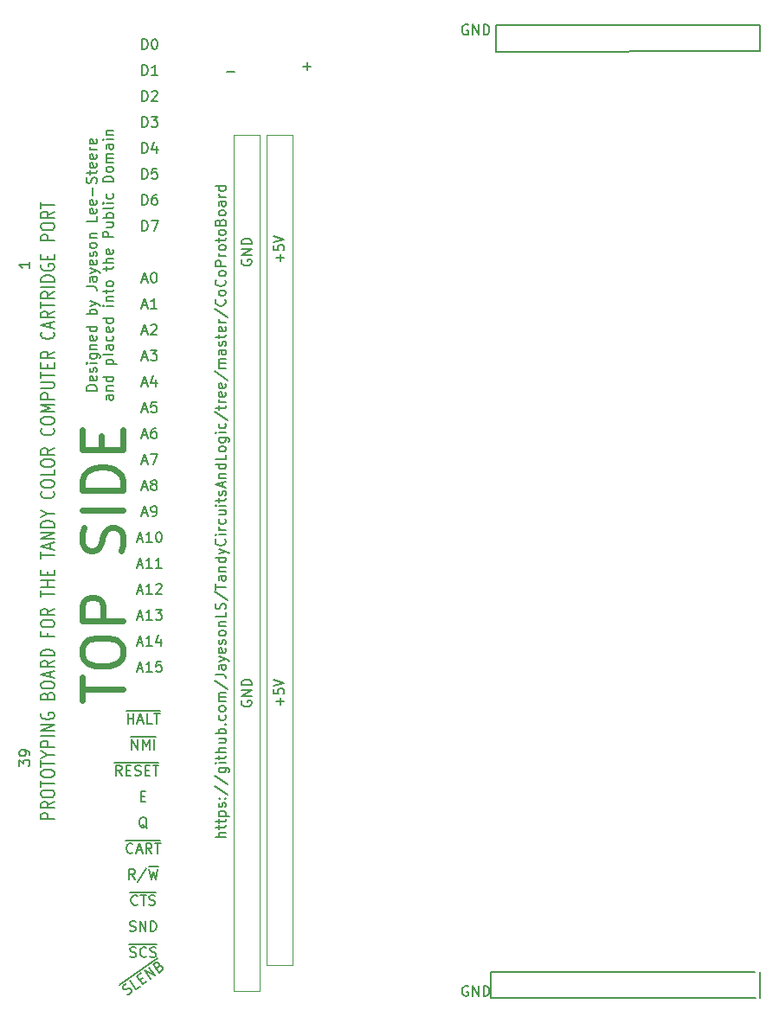
<source format=gbr>
G04 #@! TF.GenerationSoftware,KiCad,Pcbnew,9.0.7*
G04 #@! TF.CreationDate,2026-01-11T18:39:09-08:00*
G04 #@! TF.ProjectId,CoCoProtoBoard,436f436f-5072-46f7-946f-426f6172642e,rev?*
G04 #@! TF.SameCoordinates,Original*
G04 #@! TF.FileFunction,Legend,Top*
G04 #@! TF.FilePolarity,Positive*
%FSLAX46Y46*%
G04 Gerber Fmt 4.6, Leading zero omitted, Abs format (unit mm)*
G04 Created by KiCad (PCBNEW 9.0.7) date 2026-01-11 18:39:09*
%MOMM*%
%LPD*%
G01*
G04 APERTURE LIST*
%ADD10C,0.150000*%
%ADD11C,0.600000*%
%ADD12C,0.170000*%
%ADD13C,0.120000*%
G04 APERTURE END LIST*
D10*
X172720000Y-59055000D02*
X146940000Y-59140000D01*
X146940000Y-56515000D02*
X172720000Y-56515000D01*
X146940000Y-59140000D02*
X146940000Y-56515000D01*
X172720000Y-56515000D02*
X172720000Y-59055000D01*
X172720000Y-149225000D02*
X172720000Y-151765000D01*
X146440000Y-151765000D02*
X146440000Y-149225000D01*
X146440000Y-149225000D02*
X172220000Y-149225000D01*
X172340000Y-151765000D02*
X146440000Y-151765000D01*
X112315714Y-81449104D02*
X112791904Y-81449104D01*
X112220476Y-81734819D02*
X112553809Y-80734819D01*
X112553809Y-80734819D02*
X112887142Y-81734819D01*
X113410952Y-80734819D02*
X113506190Y-80734819D01*
X113506190Y-80734819D02*
X113601428Y-80782438D01*
X113601428Y-80782438D02*
X113649047Y-80830057D01*
X113649047Y-80830057D02*
X113696666Y-80925295D01*
X113696666Y-80925295D02*
X113744285Y-81115771D01*
X113744285Y-81115771D02*
X113744285Y-81353866D01*
X113744285Y-81353866D02*
X113696666Y-81544342D01*
X113696666Y-81544342D02*
X113649047Y-81639580D01*
X113649047Y-81639580D02*
X113601428Y-81687200D01*
X113601428Y-81687200D02*
X113506190Y-81734819D01*
X113506190Y-81734819D02*
X113410952Y-81734819D01*
X113410952Y-81734819D02*
X113315714Y-81687200D01*
X113315714Y-81687200D02*
X113268095Y-81639580D01*
X113268095Y-81639580D02*
X113220476Y-81544342D01*
X113220476Y-81544342D02*
X113172857Y-81353866D01*
X113172857Y-81353866D02*
X113172857Y-81115771D01*
X113172857Y-81115771D02*
X113220476Y-80925295D01*
X113220476Y-80925295D02*
X113268095Y-80830057D01*
X113268095Y-80830057D02*
X113315714Y-80782438D01*
X113315714Y-80782438D02*
X113410952Y-80734819D01*
X112315714Y-83989104D02*
X112791904Y-83989104D01*
X112220476Y-84274819D02*
X112553809Y-83274819D01*
X112553809Y-83274819D02*
X112887142Y-84274819D01*
X113744285Y-84274819D02*
X113172857Y-84274819D01*
X113458571Y-84274819D02*
X113458571Y-83274819D01*
X113458571Y-83274819D02*
X113363333Y-83417676D01*
X113363333Y-83417676D02*
X113268095Y-83512914D01*
X113268095Y-83512914D02*
X113172857Y-83560533D01*
X112315714Y-86529104D02*
X112791904Y-86529104D01*
X112220476Y-86814819D02*
X112553809Y-85814819D01*
X112553809Y-85814819D02*
X112887142Y-86814819D01*
X113172857Y-85910057D02*
X113220476Y-85862438D01*
X113220476Y-85862438D02*
X113315714Y-85814819D01*
X113315714Y-85814819D02*
X113553809Y-85814819D01*
X113553809Y-85814819D02*
X113649047Y-85862438D01*
X113649047Y-85862438D02*
X113696666Y-85910057D01*
X113696666Y-85910057D02*
X113744285Y-86005295D01*
X113744285Y-86005295D02*
X113744285Y-86100533D01*
X113744285Y-86100533D02*
X113696666Y-86243390D01*
X113696666Y-86243390D02*
X113125238Y-86814819D01*
X113125238Y-86814819D02*
X113744285Y-86814819D01*
X112315714Y-89069104D02*
X112791904Y-89069104D01*
X112220476Y-89354819D02*
X112553809Y-88354819D01*
X112553809Y-88354819D02*
X112887142Y-89354819D01*
X113125238Y-88354819D02*
X113744285Y-88354819D01*
X113744285Y-88354819D02*
X113410952Y-88735771D01*
X113410952Y-88735771D02*
X113553809Y-88735771D01*
X113553809Y-88735771D02*
X113649047Y-88783390D01*
X113649047Y-88783390D02*
X113696666Y-88831009D01*
X113696666Y-88831009D02*
X113744285Y-88926247D01*
X113744285Y-88926247D02*
X113744285Y-89164342D01*
X113744285Y-89164342D02*
X113696666Y-89259580D01*
X113696666Y-89259580D02*
X113649047Y-89307200D01*
X113649047Y-89307200D02*
X113553809Y-89354819D01*
X113553809Y-89354819D02*
X113268095Y-89354819D01*
X113268095Y-89354819D02*
X113172857Y-89307200D01*
X113172857Y-89307200D02*
X113125238Y-89259580D01*
X112315714Y-91609104D02*
X112791904Y-91609104D01*
X112220476Y-91894819D02*
X112553809Y-90894819D01*
X112553809Y-90894819D02*
X112887142Y-91894819D01*
X113649047Y-91228152D02*
X113649047Y-91894819D01*
X113410952Y-90847200D02*
X113172857Y-91561485D01*
X113172857Y-91561485D02*
X113791904Y-91561485D01*
X112315714Y-94149104D02*
X112791904Y-94149104D01*
X112220476Y-94434819D02*
X112553809Y-93434819D01*
X112553809Y-93434819D02*
X112887142Y-94434819D01*
X113696666Y-93434819D02*
X113220476Y-93434819D01*
X113220476Y-93434819D02*
X113172857Y-93911009D01*
X113172857Y-93911009D02*
X113220476Y-93863390D01*
X113220476Y-93863390D02*
X113315714Y-93815771D01*
X113315714Y-93815771D02*
X113553809Y-93815771D01*
X113553809Y-93815771D02*
X113649047Y-93863390D01*
X113649047Y-93863390D02*
X113696666Y-93911009D01*
X113696666Y-93911009D02*
X113744285Y-94006247D01*
X113744285Y-94006247D02*
X113744285Y-94244342D01*
X113744285Y-94244342D02*
X113696666Y-94339580D01*
X113696666Y-94339580D02*
X113649047Y-94387200D01*
X113649047Y-94387200D02*
X113553809Y-94434819D01*
X113553809Y-94434819D02*
X113315714Y-94434819D01*
X113315714Y-94434819D02*
X113220476Y-94387200D01*
X113220476Y-94387200D02*
X113172857Y-94339580D01*
X112315714Y-96689104D02*
X112791904Y-96689104D01*
X112220476Y-96974819D02*
X112553809Y-95974819D01*
X112553809Y-95974819D02*
X112887142Y-96974819D01*
X113649047Y-95974819D02*
X113458571Y-95974819D01*
X113458571Y-95974819D02*
X113363333Y-96022438D01*
X113363333Y-96022438D02*
X113315714Y-96070057D01*
X113315714Y-96070057D02*
X113220476Y-96212914D01*
X113220476Y-96212914D02*
X113172857Y-96403390D01*
X113172857Y-96403390D02*
X113172857Y-96784342D01*
X113172857Y-96784342D02*
X113220476Y-96879580D01*
X113220476Y-96879580D02*
X113268095Y-96927200D01*
X113268095Y-96927200D02*
X113363333Y-96974819D01*
X113363333Y-96974819D02*
X113553809Y-96974819D01*
X113553809Y-96974819D02*
X113649047Y-96927200D01*
X113649047Y-96927200D02*
X113696666Y-96879580D01*
X113696666Y-96879580D02*
X113744285Y-96784342D01*
X113744285Y-96784342D02*
X113744285Y-96546247D01*
X113744285Y-96546247D02*
X113696666Y-96451009D01*
X113696666Y-96451009D02*
X113649047Y-96403390D01*
X113649047Y-96403390D02*
X113553809Y-96355771D01*
X113553809Y-96355771D02*
X113363333Y-96355771D01*
X113363333Y-96355771D02*
X113268095Y-96403390D01*
X113268095Y-96403390D02*
X113220476Y-96451009D01*
X113220476Y-96451009D02*
X113172857Y-96546247D01*
X112315714Y-99229104D02*
X112791904Y-99229104D01*
X112220476Y-99514819D02*
X112553809Y-98514819D01*
X112553809Y-98514819D02*
X112887142Y-99514819D01*
X113125238Y-98514819D02*
X113791904Y-98514819D01*
X113791904Y-98514819D02*
X113363333Y-99514819D01*
X112315714Y-101769104D02*
X112791904Y-101769104D01*
X112220476Y-102054819D02*
X112553809Y-101054819D01*
X112553809Y-101054819D02*
X112887142Y-102054819D01*
X113363333Y-101483390D02*
X113268095Y-101435771D01*
X113268095Y-101435771D02*
X113220476Y-101388152D01*
X113220476Y-101388152D02*
X113172857Y-101292914D01*
X113172857Y-101292914D02*
X113172857Y-101245295D01*
X113172857Y-101245295D02*
X113220476Y-101150057D01*
X113220476Y-101150057D02*
X113268095Y-101102438D01*
X113268095Y-101102438D02*
X113363333Y-101054819D01*
X113363333Y-101054819D02*
X113553809Y-101054819D01*
X113553809Y-101054819D02*
X113649047Y-101102438D01*
X113649047Y-101102438D02*
X113696666Y-101150057D01*
X113696666Y-101150057D02*
X113744285Y-101245295D01*
X113744285Y-101245295D02*
X113744285Y-101292914D01*
X113744285Y-101292914D02*
X113696666Y-101388152D01*
X113696666Y-101388152D02*
X113649047Y-101435771D01*
X113649047Y-101435771D02*
X113553809Y-101483390D01*
X113553809Y-101483390D02*
X113363333Y-101483390D01*
X113363333Y-101483390D02*
X113268095Y-101531009D01*
X113268095Y-101531009D02*
X113220476Y-101578628D01*
X113220476Y-101578628D02*
X113172857Y-101673866D01*
X113172857Y-101673866D02*
X113172857Y-101864342D01*
X113172857Y-101864342D02*
X113220476Y-101959580D01*
X113220476Y-101959580D02*
X113268095Y-102007200D01*
X113268095Y-102007200D02*
X113363333Y-102054819D01*
X113363333Y-102054819D02*
X113553809Y-102054819D01*
X113553809Y-102054819D02*
X113649047Y-102007200D01*
X113649047Y-102007200D02*
X113696666Y-101959580D01*
X113696666Y-101959580D02*
X113744285Y-101864342D01*
X113744285Y-101864342D02*
X113744285Y-101673866D01*
X113744285Y-101673866D02*
X113696666Y-101578628D01*
X113696666Y-101578628D02*
X113649047Y-101531009D01*
X113649047Y-101531009D02*
X113553809Y-101483390D01*
X112315714Y-104309104D02*
X112791904Y-104309104D01*
X112220476Y-104594819D02*
X112553809Y-103594819D01*
X112553809Y-103594819D02*
X112887142Y-104594819D01*
X113268095Y-104594819D02*
X113458571Y-104594819D01*
X113458571Y-104594819D02*
X113553809Y-104547200D01*
X113553809Y-104547200D02*
X113601428Y-104499580D01*
X113601428Y-104499580D02*
X113696666Y-104356723D01*
X113696666Y-104356723D02*
X113744285Y-104166247D01*
X113744285Y-104166247D02*
X113744285Y-103785295D01*
X113744285Y-103785295D02*
X113696666Y-103690057D01*
X113696666Y-103690057D02*
X113649047Y-103642438D01*
X113649047Y-103642438D02*
X113553809Y-103594819D01*
X113553809Y-103594819D02*
X113363333Y-103594819D01*
X113363333Y-103594819D02*
X113268095Y-103642438D01*
X113268095Y-103642438D02*
X113220476Y-103690057D01*
X113220476Y-103690057D02*
X113172857Y-103785295D01*
X113172857Y-103785295D02*
X113172857Y-104023390D01*
X113172857Y-104023390D02*
X113220476Y-104118628D01*
X113220476Y-104118628D02*
X113268095Y-104166247D01*
X113268095Y-104166247D02*
X113363333Y-104213866D01*
X113363333Y-104213866D02*
X113553809Y-104213866D01*
X113553809Y-104213866D02*
X113649047Y-104166247D01*
X113649047Y-104166247D02*
X113696666Y-104118628D01*
X113696666Y-104118628D02*
X113744285Y-104023390D01*
X111839524Y-106849104D02*
X112315714Y-106849104D01*
X111744286Y-107134819D02*
X112077619Y-106134819D01*
X112077619Y-106134819D02*
X112410952Y-107134819D01*
X113268095Y-107134819D02*
X112696667Y-107134819D01*
X112982381Y-107134819D02*
X112982381Y-106134819D01*
X112982381Y-106134819D02*
X112887143Y-106277676D01*
X112887143Y-106277676D02*
X112791905Y-106372914D01*
X112791905Y-106372914D02*
X112696667Y-106420533D01*
X113887143Y-106134819D02*
X113982381Y-106134819D01*
X113982381Y-106134819D02*
X114077619Y-106182438D01*
X114077619Y-106182438D02*
X114125238Y-106230057D01*
X114125238Y-106230057D02*
X114172857Y-106325295D01*
X114172857Y-106325295D02*
X114220476Y-106515771D01*
X114220476Y-106515771D02*
X114220476Y-106753866D01*
X114220476Y-106753866D02*
X114172857Y-106944342D01*
X114172857Y-106944342D02*
X114125238Y-107039580D01*
X114125238Y-107039580D02*
X114077619Y-107087200D01*
X114077619Y-107087200D02*
X113982381Y-107134819D01*
X113982381Y-107134819D02*
X113887143Y-107134819D01*
X113887143Y-107134819D02*
X113791905Y-107087200D01*
X113791905Y-107087200D02*
X113744286Y-107039580D01*
X113744286Y-107039580D02*
X113696667Y-106944342D01*
X113696667Y-106944342D02*
X113649048Y-106753866D01*
X113649048Y-106753866D02*
X113649048Y-106515771D01*
X113649048Y-106515771D02*
X113696667Y-106325295D01*
X113696667Y-106325295D02*
X113744286Y-106230057D01*
X113744286Y-106230057D02*
X113791905Y-106182438D01*
X113791905Y-106182438D02*
X113887143Y-106134819D01*
X111839524Y-109389104D02*
X112315714Y-109389104D01*
X111744286Y-109674819D02*
X112077619Y-108674819D01*
X112077619Y-108674819D02*
X112410952Y-109674819D01*
X113268095Y-109674819D02*
X112696667Y-109674819D01*
X112982381Y-109674819D02*
X112982381Y-108674819D01*
X112982381Y-108674819D02*
X112887143Y-108817676D01*
X112887143Y-108817676D02*
X112791905Y-108912914D01*
X112791905Y-108912914D02*
X112696667Y-108960533D01*
X114220476Y-109674819D02*
X113649048Y-109674819D01*
X113934762Y-109674819D02*
X113934762Y-108674819D01*
X113934762Y-108674819D02*
X113839524Y-108817676D01*
X113839524Y-108817676D02*
X113744286Y-108912914D01*
X113744286Y-108912914D02*
X113649048Y-108960533D01*
X111839524Y-111929104D02*
X112315714Y-111929104D01*
X111744286Y-112214819D02*
X112077619Y-111214819D01*
X112077619Y-111214819D02*
X112410952Y-112214819D01*
X113268095Y-112214819D02*
X112696667Y-112214819D01*
X112982381Y-112214819D02*
X112982381Y-111214819D01*
X112982381Y-111214819D02*
X112887143Y-111357676D01*
X112887143Y-111357676D02*
X112791905Y-111452914D01*
X112791905Y-111452914D02*
X112696667Y-111500533D01*
X113649048Y-111310057D02*
X113696667Y-111262438D01*
X113696667Y-111262438D02*
X113791905Y-111214819D01*
X113791905Y-111214819D02*
X114030000Y-111214819D01*
X114030000Y-111214819D02*
X114125238Y-111262438D01*
X114125238Y-111262438D02*
X114172857Y-111310057D01*
X114172857Y-111310057D02*
X114220476Y-111405295D01*
X114220476Y-111405295D02*
X114220476Y-111500533D01*
X114220476Y-111500533D02*
X114172857Y-111643390D01*
X114172857Y-111643390D02*
X113601429Y-112214819D01*
X113601429Y-112214819D02*
X114220476Y-112214819D01*
X111839524Y-114469104D02*
X112315714Y-114469104D01*
X111744286Y-114754819D02*
X112077619Y-113754819D01*
X112077619Y-113754819D02*
X112410952Y-114754819D01*
X113268095Y-114754819D02*
X112696667Y-114754819D01*
X112982381Y-114754819D02*
X112982381Y-113754819D01*
X112982381Y-113754819D02*
X112887143Y-113897676D01*
X112887143Y-113897676D02*
X112791905Y-113992914D01*
X112791905Y-113992914D02*
X112696667Y-114040533D01*
X113601429Y-113754819D02*
X114220476Y-113754819D01*
X114220476Y-113754819D02*
X113887143Y-114135771D01*
X113887143Y-114135771D02*
X114030000Y-114135771D01*
X114030000Y-114135771D02*
X114125238Y-114183390D01*
X114125238Y-114183390D02*
X114172857Y-114231009D01*
X114172857Y-114231009D02*
X114220476Y-114326247D01*
X114220476Y-114326247D02*
X114220476Y-114564342D01*
X114220476Y-114564342D02*
X114172857Y-114659580D01*
X114172857Y-114659580D02*
X114125238Y-114707200D01*
X114125238Y-114707200D02*
X114030000Y-114754819D01*
X114030000Y-114754819D02*
X113744286Y-114754819D01*
X113744286Y-114754819D02*
X113649048Y-114707200D01*
X113649048Y-114707200D02*
X113601429Y-114659580D01*
X111839524Y-117009104D02*
X112315714Y-117009104D01*
X111744286Y-117294819D02*
X112077619Y-116294819D01*
X112077619Y-116294819D02*
X112410952Y-117294819D01*
X113268095Y-117294819D02*
X112696667Y-117294819D01*
X112982381Y-117294819D02*
X112982381Y-116294819D01*
X112982381Y-116294819D02*
X112887143Y-116437676D01*
X112887143Y-116437676D02*
X112791905Y-116532914D01*
X112791905Y-116532914D02*
X112696667Y-116580533D01*
X114125238Y-116628152D02*
X114125238Y-117294819D01*
X113887143Y-116247200D02*
X113649048Y-116961485D01*
X113649048Y-116961485D02*
X114268095Y-116961485D01*
X111839524Y-119549104D02*
X112315714Y-119549104D01*
X111744286Y-119834819D02*
X112077619Y-118834819D01*
X112077619Y-118834819D02*
X112410952Y-119834819D01*
X113268095Y-119834819D02*
X112696667Y-119834819D01*
X112982381Y-119834819D02*
X112982381Y-118834819D01*
X112982381Y-118834819D02*
X112887143Y-118977676D01*
X112887143Y-118977676D02*
X112791905Y-119072914D01*
X112791905Y-119072914D02*
X112696667Y-119120533D01*
X114172857Y-118834819D02*
X113696667Y-118834819D01*
X113696667Y-118834819D02*
X113649048Y-119311009D01*
X113649048Y-119311009D02*
X113696667Y-119263390D01*
X113696667Y-119263390D02*
X113791905Y-119215771D01*
X113791905Y-119215771D02*
X114030000Y-119215771D01*
X114030000Y-119215771D02*
X114125238Y-119263390D01*
X114125238Y-119263390D02*
X114172857Y-119311009D01*
X114172857Y-119311009D02*
X114220476Y-119406247D01*
X114220476Y-119406247D02*
X114220476Y-119644342D01*
X114220476Y-119644342D02*
X114172857Y-119739580D01*
X114172857Y-119739580D02*
X114125238Y-119787200D01*
X114125238Y-119787200D02*
X114030000Y-119834819D01*
X114030000Y-119834819D02*
X113791905Y-119834819D01*
X113791905Y-119834819D02*
X113696667Y-119787200D01*
X113696667Y-119787200D02*
X113649048Y-119739580D01*
X110895000Y-124914819D02*
X110895000Y-123914819D01*
X110895000Y-124391009D02*
X111466428Y-124391009D01*
X111466428Y-124914819D02*
X111466428Y-123914819D01*
X111895000Y-124629104D02*
X112371190Y-124629104D01*
X111799762Y-124914819D02*
X112133095Y-123914819D01*
X112133095Y-123914819D02*
X112466428Y-124914819D01*
X113275952Y-124914819D02*
X112799762Y-124914819D01*
X112799762Y-124914819D02*
X112799762Y-123914819D01*
X113466429Y-123914819D02*
X114037857Y-123914819D01*
X113752143Y-124914819D02*
X113752143Y-123914819D01*
X110756905Y-123637200D02*
X114033096Y-123637200D01*
X111299762Y-127454819D02*
X111299762Y-126454819D01*
X111299762Y-126454819D02*
X111871190Y-127454819D01*
X111871190Y-127454819D02*
X111871190Y-126454819D01*
X112347381Y-127454819D02*
X112347381Y-126454819D01*
X112347381Y-126454819D02*
X112680714Y-127169104D01*
X112680714Y-127169104D02*
X113014047Y-126454819D01*
X113014047Y-126454819D02*
X113014047Y-127454819D01*
X113490238Y-127454819D02*
X113490238Y-126454819D01*
X111161667Y-126177200D02*
X113628333Y-126177200D01*
X110307618Y-129994819D02*
X109974285Y-129518628D01*
X109736190Y-129994819D02*
X109736190Y-128994819D01*
X109736190Y-128994819D02*
X110117142Y-128994819D01*
X110117142Y-128994819D02*
X110212380Y-129042438D01*
X110212380Y-129042438D02*
X110259999Y-129090057D01*
X110259999Y-129090057D02*
X110307618Y-129185295D01*
X110307618Y-129185295D02*
X110307618Y-129328152D01*
X110307618Y-129328152D02*
X110259999Y-129423390D01*
X110259999Y-129423390D02*
X110212380Y-129471009D01*
X110212380Y-129471009D02*
X110117142Y-129518628D01*
X110117142Y-129518628D02*
X109736190Y-129518628D01*
X110736190Y-129471009D02*
X111069523Y-129471009D01*
X111212380Y-129994819D02*
X110736190Y-129994819D01*
X110736190Y-129994819D02*
X110736190Y-128994819D01*
X110736190Y-128994819D02*
X111212380Y-128994819D01*
X111593333Y-129947200D02*
X111736190Y-129994819D01*
X111736190Y-129994819D02*
X111974285Y-129994819D01*
X111974285Y-129994819D02*
X112069523Y-129947200D01*
X112069523Y-129947200D02*
X112117142Y-129899580D01*
X112117142Y-129899580D02*
X112164761Y-129804342D01*
X112164761Y-129804342D02*
X112164761Y-129709104D01*
X112164761Y-129709104D02*
X112117142Y-129613866D01*
X112117142Y-129613866D02*
X112069523Y-129566247D01*
X112069523Y-129566247D02*
X111974285Y-129518628D01*
X111974285Y-129518628D02*
X111783809Y-129471009D01*
X111783809Y-129471009D02*
X111688571Y-129423390D01*
X111688571Y-129423390D02*
X111640952Y-129375771D01*
X111640952Y-129375771D02*
X111593333Y-129280533D01*
X111593333Y-129280533D02*
X111593333Y-129185295D01*
X111593333Y-129185295D02*
X111640952Y-129090057D01*
X111640952Y-129090057D02*
X111688571Y-129042438D01*
X111688571Y-129042438D02*
X111783809Y-128994819D01*
X111783809Y-128994819D02*
X112021904Y-128994819D01*
X112021904Y-128994819D02*
X112164761Y-129042438D01*
X112593333Y-129471009D02*
X112926666Y-129471009D01*
X113069523Y-129994819D02*
X112593333Y-129994819D01*
X112593333Y-129994819D02*
X112593333Y-128994819D01*
X112593333Y-128994819D02*
X113069523Y-128994819D01*
X113355238Y-128994819D02*
X113926666Y-128994819D01*
X113640952Y-129994819D02*
X113640952Y-128994819D01*
X109598095Y-128717200D02*
X113921905Y-128717200D01*
X112180714Y-132011009D02*
X112514047Y-132011009D01*
X112656904Y-132534819D02*
X112180714Y-132534819D01*
X112180714Y-132534819D02*
X112180714Y-131534819D01*
X112180714Y-131534819D02*
X112656904Y-131534819D01*
X112775952Y-135170057D02*
X112680714Y-135122438D01*
X112680714Y-135122438D02*
X112585476Y-135027200D01*
X112585476Y-135027200D02*
X112442619Y-134884342D01*
X112442619Y-134884342D02*
X112347381Y-134836723D01*
X112347381Y-134836723D02*
X112252143Y-134836723D01*
X112299762Y-135074819D02*
X112204524Y-135027200D01*
X112204524Y-135027200D02*
X112109286Y-134931961D01*
X112109286Y-134931961D02*
X112061667Y-134741485D01*
X112061667Y-134741485D02*
X112061667Y-134408152D01*
X112061667Y-134408152D02*
X112109286Y-134217676D01*
X112109286Y-134217676D02*
X112204524Y-134122438D01*
X112204524Y-134122438D02*
X112299762Y-134074819D01*
X112299762Y-134074819D02*
X112490238Y-134074819D01*
X112490238Y-134074819D02*
X112585476Y-134122438D01*
X112585476Y-134122438D02*
X112680714Y-134217676D01*
X112680714Y-134217676D02*
X112728333Y-134408152D01*
X112728333Y-134408152D02*
X112728333Y-134741485D01*
X112728333Y-134741485D02*
X112680714Y-134931961D01*
X112680714Y-134931961D02*
X112585476Y-135027200D01*
X112585476Y-135027200D02*
X112490238Y-135074819D01*
X112490238Y-135074819D02*
X112299762Y-135074819D01*
X111394999Y-137519580D02*
X111347380Y-137567200D01*
X111347380Y-137567200D02*
X111204523Y-137614819D01*
X111204523Y-137614819D02*
X111109285Y-137614819D01*
X111109285Y-137614819D02*
X110966428Y-137567200D01*
X110966428Y-137567200D02*
X110871190Y-137471961D01*
X110871190Y-137471961D02*
X110823571Y-137376723D01*
X110823571Y-137376723D02*
X110775952Y-137186247D01*
X110775952Y-137186247D02*
X110775952Y-137043390D01*
X110775952Y-137043390D02*
X110823571Y-136852914D01*
X110823571Y-136852914D02*
X110871190Y-136757676D01*
X110871190Y-136757676D02*
X110966428Y-136662438D01*
X110966428Y-136662438D02*
X111109285Y-136614819D01*
X111109285Y-136614819D02*
X111204523Y-136614819D01*
X111204523Y-136614819D02*
X111347380Y-136662438D01*
X111347380Y-136662438D02*
X111394999Y-136710057D01*
X111775952Y-137329104D02*
X112252142Y-137329104D01*
X111680714Y-137614819D02*
X112014047Y-136614819D01*
X112014047Y-136614819D02*
X112347380Y-137614819D01*
X113252142Y-137614819D02*
X112918809Y-137138628D01*
X112680714Y-137614819D02*
X112680714Y-136614819D01*
X112680714Y-136614819D02*
X113061666Y-136614819D01*
X113061666Y-136614819D02*
X113156904Y-136662438D01*
X113156904Y-136662438D02*
X113204523Y-136710057D01*
X113204523Y-136710057D02*
X113252142Y-136805295D01*
X113252142Y-136805295D02*
X113252142Y-136948152D01*
X113252142Y-136948152D02*
X113204523Y-137043390D01*
X113204523Y-137043390D02*
X113156904Y-137091009D01*
X113156904Y-137091009D02*
X113061666Y-137138628D01*
X113061666Y-137138628D02*
X112680714Y-137138628D01*
X113537857Y-136614819D02*
X114109285Y-136614819D01*
X113823571Y-137614819D02*
X113823571Y-136614819D01*
X110685476Y-136337200D02*
X114104524Y-136337200D01*
X111609285Y-140154819D02*
X111275952Y-139678628D01*
X111037857Y-140154819D02*
X111037857Y-139154819D01*
X111037857Y-139154819D02*
X111418809Y-139154819D01*
X111418809Y-139154819D02*
X111514047Y-139202438D01*
X111514047Y-139202438D02*
X111561666Y-139250057D01*
X111561666Y-139250057D02*
X111609285Y-139345295D01*
X111609285Y-139345295D02*
X111609285Y-139488152D01*
X111609285Y-139488152D02*
X111561666Y-139583390D01*
X111561666Y-139583390D02*
X111514047Y-139631009D01*
X111514047Y-139631009D02*
X111418809Y-139678628D01*
X111418809Y-139678628D02*
X111037857Y-139678628D01*
X112752142Y-139107200D02*
X111895000Y-140392914D01*
X112990238Y-139154819D02*
X113228333Y-140154819D01*
X113228333Y-140154819D02*
X113418809Y-139440533D01*
X113418809Y-139440533D02*
X113609285Y-140154819D01*
X113609285Y-140154819D02*
X113847381Y-139154819D01*
X112947381Y-138877200D02*
X113890238Y-138877200D01*
X111847380Y-142599580D02*
X111799761Y-142647200D01*
X111799761Y-142647200D02*
X111656904Y-142694819D01*
X111656904Y-142694819D02*
X111561666Y-142694819D01*
X111561666Y-142694819D02*
X111418809Y-142647200D01*
X111418809Y-142647200D02*
X111323571Y-142551961D01*
X111323571Y-142551961D02*
X111275952Y-142456723D01*
X111275952Y-142456723D02*
X111228333Y-142266247D01*
X111228333Y-142266247D02*
X111228333Y-142123390D01*
X111228333Y-142123390D02*
X111275952Y-141932914D01*
X111275952Y-141932914D02*
X111323571Y-141837676D01*
X111323571Y-141837676D02*
X111418809Y-141742438D01*
X111418809Y-141742438D02*
X111561666Y-141694819D01*
X111561666Y-141694819D02*
X111656904Y-141694819D01*
X111656904Y-141694819D02*
X111799761Y-141742438D01*
X111799761Y-141742438D02*
X111847380Y-141790057D01*
X112133095Y-141694819D02*
X112704523Y-141694819D01*
X112418809Y-142694819D02*
X112418809Y-141694819D01*
X112990238Y-142647200D02*
X113133095Y-142694819D01*
X113133095Y-142694819D02*
X113371190Y-142694819D01*
X113371190Y-142694819D02*
X113466428Y-142647200D01*
X113466428Y-142647200D02*
X113514047Y-142599580D01*
X113514047Y-142599580D02*
X113561666Y-142504342D01*
X113561666Y-142504342D02*
X113561666Y-142409104D01*
X113561666Y-142409104D02*
X113514047Y-142313866D01*
X113514047Y-142313866D02*
X113466428Y-142266247D01*
X113466428Y-142266247D02*
X113371190Y-142218628D01*
X113371190Y-142218628D02*
X113180714Y-142171009D01*
X113180714Y-142171009D02*
X113085476Y-142123390D01*
X113085476Y-142123390D02*
X113037857Y-142075771D01*
X113037857Y-142075771D02*
X112990238Y-141980533D01*
X112990238Y-141980533D02*
X112990238Y-141885295D01*
X112990238Y-141885295D02*
X113037857Y-141790057D01*
X113037857Y-141790057D02*
X113085476Y-141742438D01*
X113085476Y-141742438D02*
X113180714Y-141694819D01*
X113180714Y-141694819D02*
X113418809Y-141694819D01*
X113418809Y-141694819D02*
X113561666Y-141742438D01*
X111137857Y-141417200D02*
X113652143Y-141417200D01*
X111085476Y-145187200D02*
X111228333Y-145234819D01*
X111228333Y-145234819D02*
X111466428Y-145234819D01*
X111466428Y-145234819D02*
X111561666Y-145187200D01*
X111561666Y-145187200D02*
X111609285Y-145139580D01*
X111609285Y-145139580D02*
X111656904Y-145044342D01*
X111656904Y-145044342D02*
X111656904Y-144949104D01*
X111656904Y-144949104D02*
X111609285Y-144853866D01*
X111609285Y-144853866D02*
X111561666Y-144806247D01*
X111561666Y-144806247D02*
X111466428Y-144758628D01*
X111466428Y-144758628D02*
X111275952Y-144711009D01*
X111275952Y-144711009D02*
X111180714Y-144663390D01*
X111180714Y-144663390D02*
X111133095Y-144615771D01*
X111133095Y-144615771D02*
X111085476Y-144520533D01*
X111085476Y-144520533D02*
X111085476Y-144425295D01*
X111085476Y-144425295D02*
X111133095Y-144330057D01*
X111133095Y-144330057D02*
X111180714Y-144282438D01*
X111180714Y-144282438D02*
X111275952Y-144234819D01*
X111275952Y-144234819D02*
X111514047Y-144234819D01*
X111514047Y-144234819D02*
X111656904Y-144282438D01*
X112085476Y-145234819D02*
X112085476Y-144234819D01*
X112085476Y-144234819D02*
X112656904Y-145234819D01*
X112656904Y-145234819D02*
X112656904Y-144234819D01*
X113133095Y-145234819D02*
X113133095Y-144234819D01*
X113133095Y-144234819D02*
X113371190Y-144234819D01*
X113371190Y-144234819D02*
X113514047Y-144282438D01*
X113514047Y-144282438D02*
X113609285Y-144377676D01*
X113609285Y-144377676D02*
X113656904Y-144472914D01*
X113656904Y-144472914D02*
X113704523Y-144663390D01*
X113704523Y-144663390D02*
X113704523Y-144806247D01*
X113704523Y-144806247D02*
X113656904Y-144996723D01*
X113656904Y-144996723D02*
X113609285Y-145091961D01*
X113609285Y-145091961D02*
X113514047Y-145187200D01*
X113514047Y-145187200D02*
X113371190Y-145234819D01*
X113371190Y-145234819D02*
X113133095Y-145234819D01*
X111133095Y-147727200D02*
X111275952Y-147774819D01*
X111275952Y-147774819D02*
X111514047Y-147774819D01*
X111514047Y-147774819D02*
X111609285Y-147727200D01*
X111609285Y-147727200D02*
X111656904Y-147679580D01*
X111656904Y-147679580D02*
X111704523Y-147584342D01*
X111704523Y-147584342D02*
X111704523Y-147489104D01*
X111704523Y-147489104D02*
X111656904Y-147393866D01*
X111656904Y-147393866D02*
X111609285Y-147346247D01*
X111609285Y-147346247D02*
X111514047Y-147298628D01*
X111514047Y-147298628D02*
X111323571Y-147251009D01*
X111323571Y-147251009D02*
X111228333Y-147203390D01*
X111228333Y-147203390D02*
X111180714Y-147155771D01*
X111180714Y-147155771D02*
X111133095Y-147060533D01*
X111133095Y-147060533D02*
X111133095Y-146965295D01*
X111133095Y-146965295D02*
X111180714Y-146870057D01*
X111180714Y-146870057D02*
X111228333Y-146822438D01*
X111228333Y-146822438D02*
X111323571Y-146774819D01*
X111323571Y-146774819D02*
X111561666Y-146774819D01*
X111561666Y-146774819D02*
X111704523Y-146822438D01*
X112704523Y-147679580D02*
X112656904Y-147727200D01*
X112656904Y-147727200D02*
X112514047Y-147774819D01*
X112514047Y-147774819D02*
X112418809Y-147774819D01*
X112418809Y-147774819D02*
X112275952Y-147727200D01*
X112275952Y-147727200D02*
X112180714Y-147631961D01*
X112180714Y-147631961D02*
X112133095Y-147536723D01*
X112133095Y-147536723D02*
X112085476Y-147346247D01*
X112085476Y-147346247D02*
X112085476Y-147203390D01*
X112085476Y-147203390D02*
X112133095Y-147012914D01*
X112133095Y-147012914D02*
X112180714Y-146917676D01*
X112180714Y-146917676D02*
X112275952Y-146822438D01*
X112275952Y-146822438D02*
X112418809Y-146774819D01*
X112418809Y-146774819D02*
X112514047Y-146774819D01*
X112514047Y-146774819D02*
X112656904Y-146822438D01*
X112656904Y-146822438D02*
X112704523Y-146870057D01*
X113085476Y-147727200D02*
X113228333Y-147774819D01*
X113228333Y-147774819D02*
X113466428Y-147774819D01*
X113466428Y-147774819D02*
X113561666Y-147727200D01*
X113561666Y-147727200D02*
X113609285Y-147679580D01*
X113609285Y-147679580D02*
X113656904Y-147584342D01*
X113656904Y-147584342D02*
X113656904Y-147489104D01*
X113656904Y-147489104D02*
X113609285Y-147393866D01*
X113609285Y-147393866D02*
X113561666Y-147346247D01*
X113561666Y-147346247D02*
X113466428Y-147298628D01*
X113466428Y-147298628D02*
X113275952Y-147251009D01*
X113275952Y-147251009D02*
X113180714Y-147203390D01*
X113180714Y-147203390D02*
X113133095Y-147155771D01*
X113133095Y-147155771D02*
X113085476Y-147060533D01*
X113085476Y-147060533D02*
X113085476Y-146965295D01*
X113085476Y-146965295D02*
X113133095Y-146870057D01*
X113133095Y-146870057D02*
X113180714Y-146822438D01*
X113180714Y-146822438D02*
X113275952Y-146774819D01*
X113275952Y-146774819D02*
X113514047Y-146774819D01*
X113514047Y-146774819D02*
X113656904Y-146822438D01*
X111042619Y-146497200D02*
X113747381Y-146497200D01*
X110853730Y-151436307D02*
X110998065Y-151393375D01*
X110998065Y-151393375D02*
X111193101Y-151256809D01*
X111193101Y-151256809D02*
X111243803Y-151163176D01*
X111243803Y-151163176D02*
X111255497Y-151096855D01*
X111255497Y-151096855D02*
X111239878Y-150991528D01*
X111239878Y-150991528D02*
X111185251Y-150913513D01*
X111185251Y-150913513D02*
X111091618Y-150862812D01*
X111091618Y-150862812D02*
X111025297Y-150851118D01*
X111025297Y-150851118D02*
X110919970Y-150866737D01*
X110919970Y-150866737D02*
X110736628Y-150936982D01*
X110736628Y-150936982D02*
X110631300Y-150952601D01*
X110631300Y-150952601D02*
X110564980Y-150940907D01*
X110564980Y-150940907D02*
X110471346Y-150890206D01*
X110471346Y-150890206D02*
X110416720Y-150812191D01*
X110416720Y-150812191D02*
X110401101Y-150706864D01*
X110401101Y-150706864D02*
X110412795Y-150640543D01*
X110412795Y-150640543D02*
X110463496Y-150546910D01*
X110463496Y-150546910D02*
X110658532Y-150410344D01*
X110658532Y-150410344D02*
X110802867Y-150367412D01*
X112090268Y-150628606D02*
X111700196Y-150901738D01*
X111700196Y-150901738D02*
X111126619Y-150082586D01*
X112062874Y-150008334D02*
X112335925Y-149817142D01*
X112753391Y-150164282D02*
X112363319Y-150437414D01*
X112363319Y-150437414D02*
X111789742Y-149618262D01*
X111789742Y-149618262D02*
X112179815Y-149345130D01*
X113104456Y-149918464D02*
X112530880Y-149099312D01*
X112530880Y-149099312D02*
X113572543Y-149590706D01*
X113572543Y-149590706D02*
X112998967Y-148771554D01*
X113935222Y-148697303D02*
X114079556Y-148654370D01*
X114079556Y-148654370D02*
X114145877Y-148666064D01*
X114145877Y-148666064D02*
X114239510Y-148716766D01*
X114239510Y-148716766D02*
X114321450Y-148833787D01*
X114321450Y-148833787D02*
X114337069Y-148939115D01*
X114337069Y-148939115D02*
X114325375Y-149005436D01*
X114325375Y-149005436D02*
X114274674Y-149099069D01*
X114274674Y-149099069D02*
X113962616Y-149317574D01*
X113962616Y-149317574D02*
X113389039Y-148498422D01*
X113389039Y-148498422D02*
X113662090Y-148307230D01*
X113662090Y-148307230D02*
X113767418Y-148291611D01*
X113767418Y-148291611D02*
X113833738Y-148303305D01*
X113833738Y-148303305D02*
X113927372Y-148354007D01*
X113927372Y-148354007D02*
X113981998Y-148432021D01*
X113981998Y-148432021D02*
X113997617Y-148537349D01*
X113997617Y-148537349D02*
X113985923Y-148603669D01*
X113985923Y-148603669D02*
X113935222Y-148697303D01*
X113935222Y-148697303D02*
X113662171Y-148888495D01*
X110074118Y-150480645D02*
X113772004Y-147891357D01*
X122057438Y-122681904D02*
X122009819Y-122777142D01*
X122009819Y-122777142D02*
X122009819Y-122919999D01*
X122009819Y-122919999D02*
X122057438Y-123062856D01*
X122057438Y-123062856D02*
X122152676Y-123158094D01*
X122152676Y-123158094D02*
X122247914Y-123205713D01*
X122247914Y-123205713D02*
X122438390Y-123253332D01*
X122438390Y-123253332D02*
X122581247Y-123253332D01*
X122581247Y-123253332D02*
X122771723Y-123205713D01*
X122771723Y-123205713D02*
X122866961Y-123158094D01*
X122866961Y-123158094D02*
X122962200Y-123062856D01*
X122962200Y-123062856D02*
X123009819Y-122919999D01*
X123009819Y-122919999D02*
X123009819Y-122824761D01*
X123009819Y-122824761D02*
X122962200Y-122681904D01*
X122962200Y-122681904D02*
X122914580Y-122634285D01*
X122914580Y-122634285D02*
X122581247Y-122634285D01*
X122581247Y-122634285D02*
X122581247Y-122824761D01*
X123009819Y-122205713D02*
X122009819Y-122205713D01*
X122009819Y-122205713D02*
X123009819Y-121634285D01*
X123009819Y-121634285D02*
X122009819Y-121634285D01*
X123009819Y-121158094D02*
X122009819Y-121158094D01*
X122009819Y-121158094D02*
X122009819Y-120919999D01*
X122009819Y-120919999D02*
X122057438Y-120777142D01*
X122057438Y-120777142D02*
X122152676Y-120681904D01*
X122152676Y-120681904D02*
X122247914Y-120634285D01*
X122247914Y-120634285D02*
X122438390Y-120586666D01*
X122438390Y-120586666D02*
X122581247Y-120586666D01*
X122581247Y-120586666D02*
X122771723Y-120634285D01*
X122771723Y-120634285D02*
X122866961Y-120681904D01*
X122866961Y-120681904D02*
X122962200Y-120777142D01*
X122962200Y-120777142D02*
X123009819Y-120919999D01*
X123009819Y-120919999D02*
X123009819Y-121158094D01*
X125803866Y-123077143D02*
X125803866Y-122391429D01*
X126184819Y-122734286D02*
X125422914Y-122734286D01*
X125184819Y-121534285D02*
X125184819Y-121962857D01*
X125184819Y-121962857D02*
X125661009Y-122005714D01*
X125661009Y-122005714D02*
X125613390Y-121962857D01*
X125613390Y-121962857D02*
X125565771Y-121877143D01*
X125565771Y-121877143D02*
X125565771Y-121662857D01*
X125565771Y-121662857D02*
X125613390Y-121577143D01*
X125613390Y-121577143D02*
X125661009Y-121534285D01*
X125661009Y-121534285D02*
X125756247Y-121491428D01*
X125756247Y-121491428D02*
X125994342Y-121491428D01*
X125994342Y-121491428D02*
X126089580Y-121534285D01*
X126089580Y-121534285D02*
X126137200Y-121577143D01*
X126137200Y-121577143D02*
X126184819Y-121662857D01*
X126184819Y-121662857D02*
X126184819Y-121877143D01*
X126184819Y-121877143D02*
X126137200Y-121962857D01*
X126137200Y-121962857D02*
X126089580Y-122005714D01*
X125184819Y-121234285D02*
X126184819Y-120934285D01*
X126184819Y-120934285D02*
X125184819Y-120634285D01*
X112291905Y-58874819D02*
X112291905Y-57874819D01*
X112291905Y-57874819D02*
X112530000Y-57874819D01*
X112530000Y-57874819D02*
X112672857Y-57922438D01*
X112672857Y-57922438D02*
X112768095Y-58017676D01*
X112768095Y-58017676D02*
X112815714Y-58112914D01*
X112815714Y-58112914D02*
X112863333Y-58303390D01*
X112863333Y-58303390D02*
X112863333Y-58446247D01*
X112863333Y-58446247D02*
X112815714Y-58636723D01*
X112815714Y-58636723D02*
X112768095Y-58731961D01*
X112768095Y-58731961D02*
X112672857Y-58827200D01*
X112672857Y-58827200D02*
X112530000Y-58874819D01*
X112530000Y-58874819D02*
X112291905Y-58874819D01*
X113482381Y-57874819D02*
X113577619Y-57874819D01*
X113577619Y-57874819D02*
X113672857Y-57922438D01*
X113672857Y-57922438D02*
X113720476Y-57970057D01*
X113720476Y-57970057D02*
X113768095Y-58065295D01*
X113768095Y-58065295D02*
X113815714Y-58255771D01*
X113815714Y-58255771D02*
X113815714Y-58493866D01*
X113815714Y-58493866D02*
X113768095Y-58684342D01*
X113768095Y-58684342D02*
X113720476Y-58779580D01*
X113720476Y-58779580D02*
X113672857Y-58827200D01*
X113672857Y-58827200D02*
X113577619Y-58874819D01*
X113577619Y-58874819D02*
X113482381Y-58874819D01*
X113482381Y-58874819D02*
X113387143Y-58827200D01*
X113387143Y-58827200D02*
X113339524Y-58779580D01*
X113339524Y-58779580D02*
X113291905Y-58684342D01*
X113291905Y-58684342D02*
X113244286Y-58493866D01*
X113244286Y-58493866D02*
X113244286Y-58255771D01*
X113244286Y-58255771D02*
X113291905Y-58065295D01*
X113291905Y-58065295D02*
X113339524Y-57970057D01*
X113339524Y-57970057D02*
X113387143Y-57922438D01*
X113387143Y-57922438D02*
X113482381Y-57874819D01*
X112291905Y-71574819D02*
X112291905Y-70574819D01*
X112291905Y-70574819D02*
X112530000Y-70574819D01*
X112530000Y-70574819D02*
X112672857Y-70622438D01*
X112672857Y-70622438D02*
X112768095Y-70717676D01*
X112768095Y-70717676D02*
X112815714Y-70812914D01*
X112815714Y-70812914D02*
X112863333Y-71003390D01*
X112863333Y-71003390D02*
X112863333Y-71146247D01*
X112863333Y-71146247D02*
X112815714Y-71336723D01*
X112815714Y-71336723D02*
X112768095Y-71431961D01*
X112768095Y-71431961D02*
X112672857Y-71527200D01*
X112672857Y-71527200D02*
X112530000Y-71574819D01*
X112530000Y-71574819D02*
X112291905Y-71574819D01*
X113768095Y-70574819D02*
X113291905Y-70574819D01*
X113291905Y-70574819D02*
X113244286Y-71051009D01*
X113244286Y-71051009D02*
X113291905Y-71003390D01*
X113291905Y-71003390D02*
X113387143Y-70955771D01*
X113387143Y-70955771D02*
X113625238Y-70955771D01*
X113625238Y-70955771D02*
X113720476Y-71003390D01*
X113720476Y-71003390D02*
X113768095Y-71051009D01*
X113768095Y-71051009D02*
X113815714Y-71146247D01*
X113815714Y-71146247D02*
X113815714Y-71384342D01*
X113815714Y-71384342D02*
X113768095Y-71479580D01*
X113768095Y-71479580D02*
X113720476Y-71527200D01*
X113720476Y-71527200D02*
X113625238Y-71574819D01*
X113625238Y-71574819D02*
X113387143Y-71574819D01*
X113387143Y-71574819D02*
X113291905Y-71527200D01*
X113291905Y-71527200D02*
X113244286Y-71479580D01*
X112291905Y-74114819D02*
X112291905Y-73114819D01*
X112291905Y-73114819D02*
X112530000Y-73114819D01*
X112530000Y-73114819D02*
X112672857Y-73162438D01*
X112672857Y-73162438D02*
X112768095Y-73257676D01*
X112768095Y-73257676D02*
X112815714Y-73352914D01*
X112815714Y-73352914D02*
X112863333Y-73543390D01*
X112863333Y-73543390D02*
X112863333Y-73686247D01*
X112863333Y-73686247D02*
X112815714Y-73876723D01*
X112815714Y-73876723D02*
X112768095Y-73971961D01*
X112768095Y-73971961D02*
X112672857Y-74067200D01*
X112672857Y-74067200D02*
X112530000Y-74114819D01*
X112530000Y-74114819D02*
X112291905Y-74114819D01*
X113720476Y-73114819D02*
X113530000Y-73114819D01*
X113530000Y-73114819D02*
X113434762Y-73162438D01*
X113434762Y-73162438D02*
X113387143Y-73210057D01*
X113387143Y-73210057D02*
X113291905Y-73352914D01*
X113291905Y-73352914D02*
X113244286Y-73543390D01*
X113244286Y-73543390D02*
X113244286Y-73924342D01*
X113244286Y-73924342D02*
X113291905Y-74019580D01*
X113291905Y-74019580D02*
X113339524Y-74067200D01*
X113339524Y-74067200D02*
X113434762Y-74114819D01*
X113434762Y-74114819D02*
X113625238Y-74114819D01*
X113625238Y-74114819D02*
X113720476Y-74067200D01*
X113720476Y-74067200D02*
X113768095Y-74019580D01*
X113768095Y-74019580D02*
X113815714Y-73924342D01*
X113815714Y-73924342D02*
X113815714Y-73686247D01*
X113815714Y-73686247D02*
X113768095Y-73591009D01*
X113768095Y-73591009D02*
X113720476Y-73543390D01*
X113720476Y-73543390D02*
X113625238Y-73495771D01*
X113625238Y-73495771D02*
X113434762Y-73495771D01*
X113434762Y-73495771D02*
X113339524Y-73543390D01*
X113339524Y-73543390D02*
X113291905Y-73591009D01*
X113291905Y-73591009D02*
X113244286Y-73686247D01*
X112291905Y-76654819D02*
X112291905Y-75654819D01*
X112291905Y-75654819D02*
X112530000Y-75654819D01*
X112530000Y-75654819D02*
X112672857Y-75702438D01*
X112672857Y-75702438D02*
X112768095Y-75797676D01*
X112768095Y-75797676D02*
X112815714Y-75892914D01*
X112815714Y-75892914D02*
X112863333Y-76083390D01*
X112863333Y-76083390D02*
X112863333Y-76226247D01*
X112863333Y-76226247D02*
X112815714Y-76416723D01*
X112815714Y-76416723D02*
X112768095Y-76511961D01*
X112768095Y-76511961D02*
X112672857Y-76607200D01*
X112672857Y-76607200D02*
X112530000Y-76654819D01*
X112530000Y-76654819D02*
X112291905Y-76654819D01*
X113196667Y-75654819D02*
X113863333Y-75654819D01*
X113863333Y-75654819D02*
X113434762Y-76654819D01*
X112291905Y-61414819D02*
X112291905Y-60414819D01*
X112291905Y-60414819D02*
X112530000Y-60414819D01*
X112530000Y-60414819D02*
X112672857Y-60462438D01*
X112672857Y-60462438D02*
X112768095Y-60557676D01*
X112768095Y-60557676D02*
X112815714Y-60652914D01*
X112815714Y-60652914D02*
X112863333Y-60843390D01*
X112863333Y-60843390D02*
X112863333Y-60986247D01*
X112863333Y-60986247D02*
X112815714Y-61176723D01*
X112815714Y-61176723D02*
X112768095Y-61271961D01*
X112768095Y-61271961D02*
X112672857Y-61367200D01*
X112672857Y-61367200D02*
X112530000Y-61414819D01*
X112530000Y-61414819D02*
X112291905Y-61414819D01*
X113815714Y-61414819D02*
X113244286Y-61414819D01*
X113530000Y-61414819D02*
X113530000Y-60414819D01*
X113530000Y-60414819D02*
X113434762Y-60557676D01*
X113434762Y-60557676D02*
X113339524Y-60652914D01*
X113339524Y-60652914D02*
X113244286Y-60700533D01*
X112291905Y-63954819D02*
X112291905Y-62954819D01*
X112291905Y-62954819D02*
X112530000Y-62954819D01*
X112530000Y-62954819D02*
X112672857Y-63002438D01*
X112672857Y-63002438D02*
X112768095Y-63097676D01*
X112768095Y-63097676D02*
X112815714Y-63192914D01*
X112815714Y-63192914D02*
X112863333Y-63383390D01*
X112863333Y-63383390D02*
X112863333Y-63526247D01*
X112863333Y-63526247D02*
X112815714Y-63716723D01*
X112815714Y-63716723D02*
X112768095Y-63811961D01*
X112768095Y-63811961D02*
X112672857Y-63907200D01*
X112672857Y-63907200D02*
X112530000Y-63954819D01*
X112530000Y-63954819D02*
X112291905Y-63954819D01*
X113244286Y-63050057D02*
X113291905Y-63002438D01*
X113291905Y-63002438D02*
X113387143Y-62954819D01*
X113387143Y-62954819D02*
X113625238Y-62954819D01*
X113625238Y-62954819D02*
X113720476Y-63002438D01*
X113720476Y-63002438D02*
X113768095Y-63050057D01*
X113768095Y-63050057D02*
X113815714Y-63145295D01*
X113815714Y-63145295D02*
X113815714Y-63240533D01*
X113815714Y-63240533D02*
X113768095Y-63383390D01*
X113768095Y-63383390D02*
X113196667Y-63954819D01*
X113196667Y-63954819D02*
X113815714Y-63954819D01*
X112291905Y-66494819D02*
X112291905Y-65494819D01*
X112291905Y-65494819D02*
X112530000Y-65494819D01*
X112530000Y-65494819D02*
X112672857Y-65542438D01*
X112672857Y-65542438D02*
X112768095Y-65637676D01*
X112768095Y-65637676D02*
X112815714Y-65732914D01*
X112815714Y-65732914D02*
X112863333Y-65923390D01*
X112863333Y-65923390D02*
X112863333Y-66066247D01*
X112863333Y-66066247D02*
X112815714Y-66256723D01*
X112815714Y-66256723D02*
X112768095Y-66351961D01*
X112768095Y-66351961D02*
X112672857Y-66447200D01*
X112672857Y-66447200D02*
X112530000Y-66494819D01*
X112530000Y-66494819D02*
X112291905Y-66494819D01*
X113196667Y-65494819D02*
X113815714Y-65494819D01*
X113815714Y-65494819D02*
X113482381Y-65875771D01*
X113482381Y-65875771D02*
X113625238Y-65875771D01*
X113625238Y-65875771D02*
X113720476Y-65923390D01*
X113720476Y-65923390D02*
X113768095Y-65971009D01*
X113768095Y-65971009D02*
X113815714Y-66066247D01*
X113815714Y-66066247D02*
X113815714Y-66304342D01*
X113815714Y-66304342D02*
X113768095Y-66399580D01*
X113768095Y-66399580D02*
X113720476Y-66447200D01*
X113720476Y-66447200D02*
X113625238Y-66494819D01*
X113625238Y-66494819D02*
X113339524Y-66494819D01*
X113339524Y-66494819D02*
X113244286Y-66447200D01*
X113244286Y-66447200D02*
X113196667Y-66399580D01*
X112291905Y-69034819D02*
X112291905Y-68034819D01*
X112291905Y-68034819D02*
X112530000Y-68034819D01*
X112530000Y-68034819D02*
X112672857Y-68082438D01*
X112672857Y-68082438D02*
X112768095Y-68177676D01*
X112768095Y-68177676D02*
X112815714Y-68272914D01*
X112815714Y-68272914D02*
X112863333Y-68463390D01*
X112863333Y-68463390D02*
X112863333Y-68606247D01*
X112863333Y-68606247D02*
X112815714Y-68796723D01*
X112815714Y-68796723D02*
X112768095Y-68891961D01*
X112768095Y-68891961D02*
X112672857Y-68987200D01*
X112672857Y-68987200D02*
X112530000Y-69034819D01*
X112530000Y-69034819D02*
X112291905Y-69034819D01*
X113720476Y-68368152D02*
X113720476Y-69034819D01*
X113482381Y-67987200D02*
X113244286Y-68701485D01*
X113244286Y-68701485D02*
X113863333Y-68701485D01*
X122057438Y-79501904D02*
X122009819Y-79597142D01*
X122009819Y-79597142D02*
X122009819Y-79739999D01*
X122009819Y-79739999D02*
X122057438Y-79882856D01*
X122057438Y-79882856D02*
X122152676Y-79978094D01*
X122152676Y-79978094D02*
X122247914Y-80025713D01*
X122247914Y-80025713D02*
X122438390Y-80073332D01*
X122438390Y-80073332D02*
X122581247Y-80073332D01*
X122581247Y-80073332D02*
X122771723Y-80025713D01*
X122771723Y-80025713D02*
X122866961Y-79978094D01*
X122866961Y-79978094D02*
X122962200Y-79882856D01*
X122962200Y-79882856D02*
X123009819Y-79739999D01*
X123009819Y-79739999D02*
X123009819Y-79644761D01*
X123009819Y-79644761D02*
X122962200Y-79501904D01*
X122962200Y-79501904D02*
X122914580Y-79454285D01*
X122914580Y-79454285D02*
X122581247Y-79454285D01*
X122581247Y-79454285D02*
X122581247Y-79644761D01*
X123009819Y-79025713D02*
X122009819Y-79025713D01*
X122009819Y-79025713D02*
X123009819Y-78454285D01*
X123009819Y-78454285D02*
X122009819Y-78454285D01*
X123009819Y-77978094D02*
X122009819Y-77978094D01*
X122009819Y-77978094D02*
X122009819Y-77739999D01*
X122009819Y-77739999D02*
X122057438Y-77597142D01*
X122057438Y-77597142D02*
X122152676Y-77501904D01*
X122152676Y-77501904D02*
X122247914Y-77454285D01*
X122247914Y-77454285D02*
X122438390Y-77406666D01*
X122438390Y-77406666D02*
X122581247Y-77406666D01*
X122581247Y-77406666D02*
X122771723Y-77454285D01*
X122771723Y-77454285D02*
X122866961Y-77501904D01*
X122866961Y-77501904D02*
X122962200Y-77597142D01*
X122962200Y-77597142D02*
X123009819Y-77739999D01*
X123009819Y-77739999D02*
X123009819Y-77978094D01*
X125803866Y-79643143D02*
X125803866Y-78957429D01*
X126184819Y-79300286D02*
X125422914Y-79300286D01*
X125184819Y-78100285D02*
X125184819Y-78528857D01*
X125184819Y-78528857D02*
X125661009Y-78571714D01*
X125661009Y-78571714D02*
X125613390Y-78528857D01*
X125613390Y-78528857D02*
X125565771Y-78443143D01*
X125565771Y-78443143D02*
X125565771Y-78228857D01*
X125565771Y-78228857D02*
X125613390Y-78143143D01*
X125613390Y-78143143D02*
X125661009Y-78100285D01*
X125661009Y-78100285D02*
X125756247Y-78057428D01*
X125756247Y-78057428D02*
X125994342Y-78057428D01*
X125994342Y-78057428D02*
X126089580Y-78100285D01*
X126089580Y-78100285D02*
X126137200Y-78143143D01*
X126137200Y-78143143D02*
X126184819Y-78228857D01*
X126184819Y-78228857D02*
X126184819Y-78443143D01*
X126184819Y-78443143D02*
X126137200Y-78528857D01*
X126137200Y-78528857D02*
X126089580Y-78571714D01*
X125184819Y-77800285D02*
X126184819Y-77500285D01*
X126184819Y-77500285D02*
X125184819Y-77200285D01*
X120469819Y-135997145D02*
X119469819Y-135997145D01*
X120469819Y-135568574D02*
X119946009Y-135568574D01*
X119946009Y-135568574D02*
X119850771Y-135616193D01*
X119850771Y-135616193D02*
X119803152Y-135711431D01*
X119803152Y-135711431D02*
X119803152Y-135854288D01*
X119803152Y-135854288D02*
X119850771Y-135949526D01*
X119850771Y-135949526D02*
X119898390Y-135997145D01*
X119803152Y-135235240D02*
X119803152Y-134854288D01*
X119469819Y-135092383D02*
X120326961Y-135092383D01*
X120326961Y-135092383D02*
X120422200Y-135044764D01*
X120422200Y-135044764D02*
X120469819Y-134949526D01*
X120469819Y-134949526D02*
X120469819Y-134854288D01*
X119803152Y-134663811D02*
X119803152Y-134282859D01*
X119469819Y-134520954D02*
X120326961Y-134520954D01*
X120326961Y-134520954D02*
X120422200Y-134473335D01*
X120422200Y-134473335D02*
X120469819Y-134378097D01*
X120469819Y-134378097D02*
X120469819Y-134282859D01*
X119803152Y-133949525D02*
X120803152Y-133949525D01*
X119850771Y-133949525D02*
X119803152Y-133854287D01*
X119803152Y-133854287D02*
X119803152Y-133663811D01*
X119803152Y-133663811D02*
X119850771Y-133568573D01*
X119850771Y-133568573D02*
X119898390Y-133520954D01*
X119898390Y-133520954D02*
X119993628Y-133473335D01*
X119993628Y-133473335D02*
X120279342Y-133473335D01*
X120279342Y-133473335D02*
X120374580Y-133520954D01*
X120374580Y-133520954D02*
X120422200Y-133568573D01*
X120422200Y-133568573D02*
X120469819Y-133663811D01*
X120469819Y-133663811D02*
X120469819Y-133854287D01*
X120469819Y-133854287D02*
X120422200Y-133949525D01*
X120422200Y-133092382D02*
X120469819Y-132997144D01*
X120469819Y-132997144D02*
X120469819Y-132806668D01*
X120469819Y-132806668D02*
X120422200Y-132711430D01*
X120422200Y-132711430D02*
X120326961Y-132663811D01*
X120326961Y-132663811D02*
X120279342Y-132663811D01*
X120279342Y-132663811D02*
X120184104Y-132711430D01*
X120184104Y-132711430D02*
X120136485Y-132806668D01*
X120136485Y-132806668D02*
X120136485Y-132949525D01*
X120136485Y-132949525D02*
X120088866Y-133044763D01*
X120088866Y-133044763D02*
X119993628Y-133092382D01*
X119993628Y-133092382D02*
X119946009Y-133092382D01*
X119946009Y-133092382D02*
X119850771Y-133044763D01*
X119850771Y-133044763D02*
X119803152Y-132949525D01*
X119803152Y-132949525D02*
X119803152Y-132806668D01*
X119803152Y-132806668D02*
X119850771Y-132711430D01*
X120374580Y-132235239D02*
X120422200Y-132187620D01*
X120422200Y-132187620D02*
X120469819Y-132235239D01*
X120469819Y-132235239D02*
X120422200Y-132282858D01*
X120422200Y-132282858D02*
X120374580Y-132235239D01*
X120374580Y-132235239D02*
X120469819Y-132235239D01*
X119850771Y-132235239D02*
X119898390Y-132187620D01*
X119898390Y-132187620D02*
X119946009Y-132235239D01*
X119946009Y-132235239D02*
X119898390Y-132282858D01*
X119898390Y-132282858D02*
X119850771Y-132235239D01*
X119850771Y-132235239D02*
X119946009Y-132235239D01*
X119422200Y-131044764D02*
X120707914Y-131901906D01*
X119422200Y-129997145D02*
X120707914Y-130854287D01*
X119803152Y-129235240D02*
X120612676Y-129235240D01*
X120612676Y-129235240D02*
X120707914Y-129282859D01*
X120707914Y-129282859D02*
X120755533Y-129330478D01*
X120755533Y-129330478D02*
X120803152Y-129425716D01*
X120803152Y-129425716D02*
X120803152Y-129568573D01*
X120803152Y-129568573D02*
X120755533Y-129663811D01*
X120422200Y-129235240D02*
X120469819Y-129330478D01*
X120469819Y-129330478D02*
X120469819Y-129520954D01*
X120469819Y-129520954D02*
X120422200Y-129616192D01*
X120422200Y-129616192D02*
X120374580Y-129663811D01*
X120374580Y-129663811D02*
X120279342Y-129711430D01*
X120279342Y-129711430D02*
X119993628Y-129711430D01*
X119993628Y-129711430D02*
X119898390Y-129663811D01*
X119898390Y-129663811D02*
X119850771Y-129616192D01*
X119850771Y-129616192D02*
X119803152Y-129520954D01*
X119803152Y-129520954D02*
X119803152Y-129330478D01*
X119803152Y-129330478D02*
X119850771Y-129235240D01*
X120469819Y-128759049D02*
X119803152Y-128759049D01*
X119469819Y-128759049D02*
X119517438Y-128806668D01*
X119517438Y-128806668D02*
X119565057Y-128759049D01*
X119565057Y-128759049D02*
X119517438Y-128711430D01*
X119517438Y-128711430D02*
X119469819Y-128759049D01*
X119469819Y-128759049D02*
X119565057Y-128759049D01*
X119803152Y-128425716D02*
X119803152Y-128044764D01*
X119469819Y-128282859D02*
X120326961Y-128282859D01*
X120326961Y-128282859D02*
X120422200Y-128235240D01*
X120422200Y-128235240D02*
X120469819Y-128140002D01*
X120469819Y-128140002D02*
X120469819Y-128044764D01*
X120469819Y-127711430D02*
X119469819Y-127711430D01*
X120469819Y-127282859D02*
X119946009Y-127282859D01*
X119946009Y-127282859D02*
X119850771Y-127330478D01*
X119850771Y-127330478D02*
X119803152Y-127425716D01*
X119803152Y-127425716D02*
X119803152Y-127568573D01*
X119803152Y-127568573D02*
X119850771Y-127663811D01*
X119850771Y-127663811D02*
X119898390Y-127711430D01*
X119803152Y-126378097D02*
X120469819Y-126378097D01*
X119803152Y-126806668D02*
X120326961Y-126806668D01*
X120326961Y-126806668D02*
X120422200Y-126759049D01*
X120422200Y-126759049D02*
X120469819Y-126663811D01*
X120469819Y-126663811D02*
X120469819Y-126520954D01*
X120469819Y-126520954D02*
X120422200Y-126425716D01*
X120422200Y-126425716D02*
X120374580Y-126378097D01*
X120469819Y-125901906D02*
X119469819Y-125901906D01*
X119850771Y-125901906D02*
X119803152Y-125806668D01*
X119803152Y-125806668D02*
X119803152Y-125616192D01*
X119803152Y-125616192D02*
X119850771Y-125520954D01*
X119850771Y-125520954D02*
X119898390Y-125473335D01*
X119898390Y-125473335D02*
X119993628Y-125425716D01*
X119993628Y-125425716D02*
X120279342Y-125425716D01*
X120279342Y-125425716D02*
X120374580Y-125473335D01*
X120374580Y-125473335D02*
X120422200Y-125520954D01*
X120422200Y-125520954D02*
X120469819Y-125616192D01*
X120469819Y-125616192D02*
X120469819Y-125806668D01*
X120469819Y-125806668D02*
X120422200Y-125901906D01*
X120374580Y-124997144D02*
X120422200Y-124949525D01*
X120422200Y-124949525D02*
X120469819Y-124997144D01*
X120469819Y-124997144D02*
X120422200Y-125044763D01*
X120422200Y-125044763D02*
X120374580Y-124997144D01*
X120374580Y-124997144D02*
X120469819Y-124997144D01*
X120422200Y-124092383D02*
X120469819Y-124187621D01*
X120469819Y-124187621D02*
X120469819Y-124378097D01*
X120469819Y-124378097D02*
X120422200Y-124473335D01*
X120422200Y-124473335D02*
X120374580Y-124520954D01*
X120374580Y-124520954D02*
X120279342Y-124568573D01*
X120279342Y-124568573D02*
X119993628Y-124568573D01*
X119993628Y-124568573D02*
X119898390Y-124520954D01*
X119898390Y-124520954D02*
X119850771Y-124473335D01*
X119850771Y-124473335D02*
X119803152Y-124378097D01*
X119803152Y-124378097D02*
X119803152Y-124187621D01*
X119803152Y-124187621D02*
X119850771Y-124092383D01*
X120469819Y-123520954D02*
X120422200Y-123616192D01*
X120422200Y-123616192D02*
X120374580Y-123663811D01*
X120374580Y-123663811D02*
X120279342Y-123711430D01*
X120279342Y-123711430D02*
X119993628Y-123711430D01*
X119993628Y-123711430D02*
X119898390Y-123663811D01*
X119898390Y-123663811D02*
X119850771Y-123616192D01*
X119850771Y-123616192D02*
X119803152Y-123520954D01*
X119803152Y-123520954D02*
X119803152Y-123378097D01*
X119803152Y-123378097D02*
X119850771Y-123282859D01*
X119850771Y-123282859D02*
X119898390Y-123235240D01*
X119898390Y-123235240D02*
X119993628Y-123187621D01*
X119993628Y-123187621D02*
X120279342Y-123187621D01*
X120279342Y-123187621D02*
X120374580Y-123235240D01*
X120374580Y-123235240D02*
X120422200Y-123282859D01*
X120422200Y-123282859D02*
X120469819Y-123378097D01*
X120469819Y-123378097D02*
X120469819Y-123520954D01*
X120469819Y-122759049D02*
X119803152Y-122759049D01*
X119898390Y-122759049D02*
X119850771Y-122711430D01*
X119850771Y-122711430D02*
X119803152Y-122616192D01*
X119803152Y-122616192D02*
X119803152Y-122473335D01*
X119803152Y-122473335D02*
X119850771Y-122378097D01*
X119850771Y-122378097D02*
X119946009Y-122330478D01*
X119946009Y-122330478D02*
X120469819Y-122330478D01*
X119946009Y-122330478D02*
X119850771Y-122282859D01*
X119850771Y-122282859D02*
X119803152Y-122187621D01*
X119803152Y-122187621D02*
X119803152Y-122044764D01*
X119803152Y-122044764D02*
X119850771Y-121949525D01*
X119850771Y-121949525D02*
X119946009Y-121901906D01*
X119946009Y-121901906D02*
X120469819Y-121901906D01*
X119422200Y-120711431D02*
X120707914Y-121568573D01*
X119469819Y-120092383D02*
X120184104Y-120092383D01*
X120184104Y-120092383D02*
X120326961Y-120140002D01*
X120326961Y-120140002D02*
X120422200Y-120235240D01*
X120422200Y-120235240D02*
X120469819Y-120378097D01*
X120469819Y-120378097D02*
X120469819Y-120473335D01*
X120469819Y-119187621D02*
X119946009Y-119187621D01*
X119946009Y-119187621D02*
X119850771Y-119235240D01*
X119850771Y-119235240D02*
X119803152Y-119330478D01*
X119803152Y-119330478D02*
X119803152Y-119520954D01*
X119803152Y-119520954D02*
X119850771Y-119616192D01*
X120422200Y-119187621D02*
X120469819Y-119282859D01*
X120469819Y-119282859D02*
X120469819Y-119520954D01*
X120469819Y-119520954D02*
X120422200Y-119616192D01*
X120422200Y-119616192D02*
X120326961Y-119663811D01*
X120326961Y-119663811D02*
X120231723Y-119663811D01*
X120231723Y-119663811D02*
X120136485Y-119616192D01*
X120136485Y-119616192D02*
X120088866Y-119520954D01*
X120088866Y-119520954D02*
X120088866Y-119282859D01*
X120088866Y-119282859D02*
X120041247Y-119187621D01*
X119803152Y-118806668D02*
X120469819Y-118568573D01*
X119803152Y-118330478D02*
X120469819Y-118568573D01*
X120469819Y-118568573D02*
X120707914Y-118663811D01*
X120707914Y-118663811D02*
X120755533Y-118711430D01*
X120755533Y-118711430D02*
X120803152Y-118806668D01*
X120422200Y-117568573D02*
X120469819Y-117663811D01*
X120469819Y-117663811D02*
X120469819Y-117854287D01*
X120469819Y-117854287D02*
X120422200Y-117949525D01*
X120422200Y-117949525D02*
X120326961Y-117997144D01*
X120326961Y-117997144D02*
X119946009Y-117997144D01*
X119946009Y-117997144D02*
X119850771Y-117949525D01*
X119850771Y-117949525D02*
X119803152Y-117854287D01*
X119803152Y-117854287D02*
X119803152Y-117663811D01*
X119803152Y-117663811D02*
X119850771Y-117568573D01*
X119850771Y-117568573D02*
X119946009Y-117520954D01*
X119946009Y-117520954D02*
X120041247Y-117520954D01*
X120041247Y-117520954D02*
X120136485Y-117997144D01*
X120422200Y-117140001D02*
X120469819Y-117044763D01*
X120469819Y-117044763D02*
X120469819Y-116854287D01*
X120469819Y-116854287D02*
X120422200Y-116759049D01*
X120422200Y-116759049D02*
X120326961Y-116711430D01*
X120326961Y-116711430D02*
X120279342Y-116711430D01*
X120279342Y-116711430D02*
X120184104Y-116759049D01*
X120184104Y-116759049D02*
X120136485Y-116854287D01*
X120136485Y-116854287D02*
X120136485Y-116997144D01*
X120136485Y-116997144D02*
X120088866Y-117092382D01*
X120088866Y-117092382D02*
X119993628Y-117140001D01*
X119993628Y-117140001D02*
X119946009Y-117140001D01*
X119946009Y-117140001D02*
X119850771Y-117092382D01*
X119850771Y-117092382D02*
X119803152Y-116997144D01*
X119803152Y-116997144D02*
X119803152Y-116854287D01*
X119803152Y-116854287D02*
X119850771Y-116759049D01*
X120469819Y-116140001D02*
X120422200Y-116235239D01*
X120422200Y-116235239D02*
X120374580Y-116282858D01*
X120374580Y-116282858D02*
X120279342Y-116330477D01*
X120279342Y-116330477D02*
X119993628Y-116330477D01*
X119993628Y-116330477D02*
X119898390Y-116282858D01*
X119898390Y-116282858D02*
X119850771Y-116235239D01*
X119850771Y-116235239D02*
X119803152Y-116140001D01*
X119803152Y-116140001D02*
X119803152Y-115997144D01*
X119803152Y-115997144D02*
X119850771Y-115901906D01*
X119850771Y-115901906D02*
X119898390Y-115854287D01*
X119898390Y-115854287D02*
X119993628Y-115806668D01*
X119993628Y-115806668D02*
X120279342Y-115806668D01*
X120279342Y-115806668D02*
X120374580Y-115854287D01*
X120374580Y-115854287D02*
X120422200Y-115901906D01*
X120422200Y-115901906D02*
X120469819Y-115997144D01*
X120469819Y-115997144D02*
X120469819Y-116140001D01*
X119803152Y-115378096D02*
X120469819Y-115378096D01*
X119898390Y-115378096D02*
X119850771Y-115330477D01*
X119850771Y-115330477D02*
X119803152Y-115235239D01*
X119803152Y-115235239D02*
X119803152Y-115092382D01*
X119803152Y-115092382D02*
X119850771Y-114997144D01*
X119850771Y-114997144D02*
X119946009Y-114949525D01*
X119946009Y-114949525D02*
X120469819Y-114949525D01*
X120469819Y-113997144D02*
X120469819Y-114473334D01*
X120469819Y-114473334D02*
X119469819Y-114473334D01*
X120422200Y-113711429D02*
X120469819Y-113568572D01*
X120469819Y-113568572D02*
X120469819Y-113330477D01*
X120469819Y-113330477D02*
X120422200Y-113235239D01*
X120422200Y-113235239D02*
X120374580Y-113187620D01*
X120374580Y-113187620D02*
X120279342Y-113140001D01*
X120279342Y-113140001D02*
X120184104Y-113140001D01*
X120184104Y-113140001D02*
X120088866Y-113187620D01*
X120088866Y-113187620D02*
X120041247Y-113235239D01*
X120041247Y-113235239D02*
X119993628Y-113330477D01*
X119993628Y-113330477D02*
X119946009Y-113520953D01*
X119946009Y-113520953D02*
X119898390Y-113616191D01*
X119898390Y-113616191D02*
X119850771Y-113663810D01*
X119850771Y-113663810D02*
X119755533Y-113711429D01*
X119755533Y-113711429D02*
X119660295Y-113711429D01*
X119660295Y-113711429D02*
X119565057Y-113663810D01*
X119565057Y-113663810D02*
X119517438Y-113616191D01*
X119517438Y-113616191D02*
X119469819Y-113520953D01*
X119469819Y-113520953D02*
X119469819Y-113282858D01*
X119469819Y-113282858D02*
X119517438Y-113140001D01*
X119422200Y-111997144D02*
X120707914Y-112854286D01*
X119469819Y-111806667D02*
X119469819Y-111235239D01*
X120469819Y-111520953D02*
X119469819Y-111520953D01*
X120469819Y-110473334D02*
X119946009Y-110473334D01*
X119946009Y-110473334D02*
X119850771Y-110520953D01*
X119850771Y-110520953D02*
X119803152Y-110616191D01*
X119803152Y-110616191D02*
X119803152Y-110806667D01*
X119803152Y-110806667D02*
X119850771Y-110901905D01*
X120422200Y-110473334D02*
X120469819Y-110568572D01*
X120469819Y-110568572D02*
X120469819Y-110806667D01*
X120469819Y-110806667D02*
X120422200Y-110901905D01*
X120422200Y-110901905D02*
X120326961Y-110949524D01*
X120326961Y-110949524D02*
X120231723Y-110949524D01*
X120231723Y-110949524D02*
X120136485Y-110901905D01*
X120136485Y-110901905D02*
X120088866Y-110806667D01*
X120088866Y-110806667D02*
X120088866Y-110568572D01*
X120088866Y-110568572D02*
X120041247Y-110473334D01*
X119803152Y-109997143D02*
X120469819Y-109997143D01*
X119898390Y-109997143D02*
X119850771Y-109949524D01*
X119850771Y-109949524D02*
X119803152Y-109854286D01*
X119803152Y-109854286D02*
X119803152Y-109711429D01*
X119803152Y-109711429D02*
X119850771Y-109616191D01*
X119850771Y-109616191D02*
X119946009Y-109568572D01*
X119946009Y-109568572D02*
X120469819Y-109568572D01*
X120469819Y-108663810D02*
X119469819Y-108663810D01*
X120422200Y-108663810D02*
X120469819Y-108759048D01*
X120469819Y-108759048D02*
X120469819Y-108949524D01*
X120469819Y-108949524D02*
X120422200Y-109044762D01*
X120422200Y-109044762D02*
X120374580Y-109092381D01*
X120374580Y-109092381D02*
X120279342Y-109140000D01*
X120279342Y-109140000D02*
X119993628Y-109140000D01*
X119993628Y-109140000D02*
X119898390Y-109092381D01*
X119898390Y-109092381D02*
X119850771Y-109044762D01*
X119850771Y-109044762D02*
X119803152Y-108949524D01*
X119803152Y-108949524D02*
X119803152Y-108759048D01*
X119803152Y-108759048D02*
X119850771Y-108663810D01*
X119803152Y-108282857D02*
X120469819Y-108044762D01*
X119803152Y-107806667D02*
X120469819Y-108044762D01*
X120469819Y-108044762D02*
X120707914Y-108140000D01*
X120707914Y-108140000D02*
X120755533Y-108187619D01*
X120755533Y-108187619D02*
X120803152Y-108282857D01*
X120374580Y-106854286D02*
X120422200Y-106901905D01*
X120422200Y-106901905D02*
X120469819Y-107044762D01*
X120469819Y-107044762D02*
X120469819Y-107140000D01*
X120469819Y-107140000D02*
X120422200Y-107282857D01*
X120422200Y-107282857D02*
X120326961Y-107378095D01*
X120326961Y-107378095D02*
X120231723Y-107425714D01*
X120231723Y-107425714D02*
X120041247Y-107473333D01*
X120041247Y-107473333D02*
X119898390Y-107473333D01*
X119898390Y-107473333D02*
X119707914Y-107425714D01*
X119707914Y-107425714D02*
X119612676Y-107378095D01*
X119612676Y-107378095D02*
X119517438Y-107282857D01*
X119517438Y-107282857D02*
X119469819Y-107140000D01*
X119469819Y-107140000D02*
X119469819Y-107044762D01*
X119469819Y-107044762D02*
X119517438Y-106901905D01*
X119517438Y-106901905D02*
X119565057Y-106854286D01*
X120469819Y-106425714D02*
X119803152Y-106425714D01*
X119469819Y-106425714D02*
X119517438Y-106473333D01*
X119517438Y-106473333D02*
X119565057Y-106425714D01*
X119565057Y-106425714D02*
X119517438Y-106378095D01*
X119517438Y-106378095D02*
X119469819Y-106425714D01*
X119469819Y-106425714D02*
X119565057Y-106425714D01*
X120469819Y-105949524D02*
X119803152Y-105949524D01*
X119993628Y-105949524D02*
X119898390Y-105901905D01*
X119898390Y-105901905D02*
X119850771Y-105854286D01*
X119850771Y-105854286D02*
X119803152Y-105759048D01*
X119803152Y-105759048D02*
X119803152Y-105663810D01*
X120422200Y-104901905D02*
X120469819Y-104997143D01*
X120469819Y-104997143D02*
X120469819Y-105187619D01*
X120469819Y-105187619D02*
X120422200Y-105282857D01*
X120422200Y-105282857D02*
X120374580Y-105330476D01*
X120374580Y-105330476D02*
X120279342Y-105378095D01*
X120279342Y-105378095D02*
X119993628Y-105378095D01*
X119993628Y-105378095D02*
X119898390Y-105330476D01*
X119898390Y-105330476D02*
X119850771Y-105282857D01*
X119850771Y-105282857D02*
X119803152Y-105187619D01*
X119803152Y-105187619D02*
X119803152Y-104997143D01*
X119803152Y-104997143D02*
X119850771Y-104901905D01*
X119803152Y-104044762D02*
X120469819Y-104044762D01*
X119803152Y-104473333D02*
X120326961Y-104473333D01*
X120326961Y-104473333D02*
X120422200Y-104425714D01*
X120422200Y-104425714D02*
X120469819Y-104330476D01*
X120469819Y-104330476D02*
X120469819Y-104187619D01*
X120469819Y-104187619D02*
X120422200Y-104092381D01*
X120422200Y-104092381D02*
X120374580Y-104044762D01*
X120469819Y-103568571D02*
X119803152Y-103568571D01*
X119469819Y-103568571D02*
X119517438Y-103616190D01*
X119517438Y-103616190D02*
X119565057Y-103568571D01*
X119565057Y-103568571D02*
X119517438Y-103520952D01*
X119517438Y-103520952D02*
X119469819Y-103568571D01*
X119469819Y-103568571D02*
X119565057Y-103568571D01*
X119803152Y-103235238D02*
X119803152Y-102854286D01*
X119469819Y-103092381D02*
X120326961Y-103092381D01*
X120326961Y-103092381D02*
X120422200Y-103044762D01*
X120422200Y-103044762D02*
X120469819Y-102949524D01*
X120469819Y-102949524D02*
X120469819Y-102854286D01*
X120422200Y-102568571D02*
X120469819Y-102473333D01*
X120469819Y-102473333D02*
X120469819Y-102282857D01*
X120469819Y-102282857D02*
X120422200Y-102187619D01*
X120422200Y-102187619D02*
X120326961Y-102140000D01*
X120326961Y-102140000D02*
X120279342Y-102140000D01*
X120279342Y-102140000D02*
X120184104Y-102187619D01*
X120184104Y-102187619D02*
X120136485Y-102282857D01*
X120136485Y-102282857D02*
X120136485Y-102425714D01*
X120136485Y-102425714D02*
X120088866Y-102520952D01*
X120088866Y-102520952D02*
X119993628Y-102568571D01*
X119993628Y-102568571D02*
X119946009Y-102568571D01*
X119946009Y-102568571D02*
X119850771Y-102520952D01*
X119850771Y-102520952D02*
X119803152Y-102425714D01*
X119803152Y-102425714D02*
X119803152Y-102282857D01*
X119803152Y-102282857D02*
X119850771Y-102187619D01*
X120184104Y-101759047D02*
X120184104Y-101282857D01*
X120469819Y-101854285D02*
X119469819Y-101520952D01*
X119469819Y-101520952D02*
X120469819Y-101187619D01*
X119803152Y-100854285D02*
X120469819Y-100854285D01*
X119898390Y-100854285D02*
X119850771Y-100806666D01*
X119850771Y-100806666D02*
X119803152Y-100711428D01*
X119803152Y-100711428D02*
X119803152Y-100568571D01*
X119803152Y-100568571D02*
X119850771Y-100473333D01*
X119850771Y-100473333D02*
X119946009Y-100425714D01*
X119946009Y-100425714D02*
X120469819Y-100425714D01*
X120469819Y-99520952D02*
X119469819Y-99520952D01*
X120422200Y-99520952D02*
X120469819Y-99616190D01*
X120469819Y-99616190D02*
X120469819Y-99806666D01*
X120469819Y-99806666D02*
X120422200Y-99901904D01*
X120422200Y-99901904D02*
X120374580Y-99949523D01*
X120374580Y-99949523D02*
X120279342Y-99997142D01*
X120279342Y-99997142D02*
X119993628Y-99997142D01*
X119993628Y-99997142D02*
X119898390Y-99949523D01*
X119898390Y-99949523D02*
X119850771Y-99901904D01*
X119850771Y-99901904D02*
X119803152Y-99806666D01*
X119803152Y-99806666D02*
X119803152Y-99616190D01*
X119803152Y-99616190D02*
X119850771Y-99520952D01*
X120469819Y-98568571D02*
X120469819Y-99044761D01*
X120469819Y-99044761D02*
X119469819Y-99044761D01*
X120469819Y-98092380D02*
X120422200Y-98187618D01*
X120422200Y-98187618D02*
X120374580Y-98235237D01*
X120374580Y-98235237D02*
X120279342Y-98282856D01*
X120279342Y-98282856D02*
X119993628Y-98282856D01*
X119993628Y-98282856D02*
X119898390Y-98235237D01*
X119898390Y-98235237D02*
X119850771Y-98187618D01*
X119850771Y-98187618D02*
X119803152Y-98092380D01*
X119803152Y-98092380D02*
X119803152Y-97949523D01*
X119803152Y-97949523D02*
X119850771Y-97854285D01*
X119850771Y-97854285D02*
X119898390Y-97806666D01*
X119898390Y-97806666D02*
X119993628Y-97759047D01*
X119993628Y-97759047D02*
X120279342Y-97759047D01*
X120279342Y-97759047D02*
X120374580Y-97806666D01*
X120374580Y-97806666D02*
X120422200Y-97854285D01*
X120422200Y-97854285D02*
X120469819Y-97949523D01*
X120469819Y-97949523D02*
X120469819Y-98092380D01*
X119803152Y-96901904D02*
X120612676Y-96901904D01*
X120612676Y-96901904D02*
X120707914Y-96949523D01*
X120707914Y-96949523D02*
X120755533Y-96997142D01*
X120755533Y-96997142D02*
X120803152Y-97092380D01*
X120803152Y-97092380D02*
X120803152Y-97235237D01*
X120803152Y-97235237D02*
X120755533Y-97330475D01*
X120422200Y-96901904D02*
X120469819Y-96997142D01*
X120469819Y-96997142D02*
X120469819Y-97187618D01*
X120469819Y-97187618D02*
X120422200Y-97282856D01*
X120422200Y-97282856D02*
X120374580Y-97330475D01*
X120374580Y-97330475D02*
X120279342Y-97378094D01*
X120279342Y-97378094D02*
X119993628Y-97378094D01*
X119993628Y-97378094D02*
X119898390Y-97330475D01*
X119898390Y-97330475D02*
X119850771Y-97282856D01*
X119850771Y-97282856D02*
X119803152Y-97187618D01*
X119803152Y-97187618D02*
X119803152Y-96997142D01*
X119803152Y-96997142D02*
X119850771Y-96901904D01*
X120469819Y-96425713D02*
X119803152Y-96425713D01*
X119469819Y-96425713D02*
X119517438Y-96473332D01*
X119517438Y-96473332D02*
X119565057Y-96425713D01*
X119565057Y-96425713D02*
X119517438Y-96378094D01*
X119517438Y-96378094D02*
X119469819Y-96425713D01*
X119469819Y-96425713D02*
X119565057Y-96425713D01*
X120422200Y-95520952D02*
X120469819Y-95616190D01*
X120469819Y-95616190D02*
X120469819Y-95806666D01*
X120469819Y-95806666D02*
X120422200Y-95901904D01*
X120422200Y-95901904D02*
X120374580Y-95949523D01*
X120374580Y-95949523D02*
X120279342Y-95997142D01*
X120279342Y-95997142D02*
X119993628Y-95997142D01*
X119993628Y-95997142D02*
X119898390Y-95949523D01*
X119898390Y-95949523D02*
X119850771Y-95901904D01*
X119850771Y-95901904D02*
X119803152Y-95806666D01*
X119803152Y-95806666D02*
X119803152Y-95616190D01*
X119803152Y-95616190D02*
X119850771Y-95520952D01*
X119422200Y-94378095D02*
X120707914Y-95235237D01*
X119803152Y-94187618D02*
X119803152Y-93806666D01*
X119469819Y-94044761D02*
X120326961Y-94044761D01*
X120326961Y-94044761D02*
X120422200Y-93997142D01*
X120422200Y-93997142D02*
X120469819Y-93901904D01*
X120469819Y-93901904D02*
X120469819Y-93806666D01*
X120469819Y-93473332D02*
X119803152Y-93473332D01*
X119993628Y-93473332D02*
X119898390Y-93425713D01*
X119898390Y-93425713D02*
X119850771Y-93378094D01*
X119850771Y-93378094D02*
X119803152Y-93282856D01*
X119803152Y-93282856D02*
X119803152Y-93187618D01*
X120422200Y-92473332D02*
X120469819Y-92568570D01*
X120469819Y-92568570D02*
X120469819Y-92759046D01*
X120469819Y-92759046D02*
X120422200Y-92854284D01*
X120422200Y-92854284D02*
X120326961Y-92901903D01*
X120326961Y-92901903D02*
X119946009Y-92901903D01*
X119946009Y-92901903D02*
X119850771Y-92854284D01*
X119850771Y-92854284D02*
X119803152Y-92759046D01*
X119803152Y-92759046D02*
X119803152Y-92568570D01*
X119803152Y-92568570D02*
X119850771Y-92473332D01*
X119850771Y-92473332D02*
X119946009Y-92425713D01*
X119946009Y-92425713D02*
X120041247Y-92425713D01*
X120041247Y-92425713D02*
X120136485Y-92901903D01*
X120422200Y-91616189D02*
X120469819Y-91711427D01*
X120469819Y-91711427D02*
X120469819Y-91901903D01*
X120469819Y-91901903D02*
X120422200Y-91997141D01*
X120422200Y-91997141D02*
X120326961Y-92044760D01*
X120326961Y-92044760D02*
X119946009Y-92044760D01*
X119946009Y-92044760D02*
X119850771Y-91997141D01*
X119850771Y-91997141D02*
X119803152Y-91901903D01*
X119803152Y-91901903D02*
X119803152Y-91711427D01*
X119803152Y-91711427D02*
X119850771Y-91616189D01*
X119850771Y-91616189D02*
X119946009Y-91568570D01*
X119946009Y-91568570D02*
X120041247Y-91568570D01*
X120041247Y-91568570D02*
X120136485Y-92044760D01*
X119422200Y-90425713D02*
X120707914Y-91282855D01*
X120469819Y-90092379D02*
X119803152Y-90092379D01*
X119898390Y-90092379D02*
X119850771Y-90044760D01*
X119850771Y-90044760D02*
X119803152Y-89949522D01*
X119803152Y-89949522D02*
X119803152Y-89806665D01*
X119803152Y-89806665D02*
X119850771Y-89711427D01*
X119850771Y-89711427D02*
X119946009Y-89663808D01*
X119946009Y-89663808D02*
X120469819Y-89663808D01*
X119946009Y-89663808D02*
X119850771Y-89616189D01*
X119850771Y-89616189D02*
X119803152Y-89520951D01*
X119803152Y-89520951D02*
X119803152Y-89378094D01*
X119803152Y-89378094D02*
X119850771Y-89282855D01*
X119850771Y-89282855D02*
X119946009Y-89235236D01*
X119946009Y-89235236D02*
X120469819Y-89235236D01*
X120469819Y-88330475D02*
X119946009Y-88330475D01*
X119946009Y-88330475D02*
X119850771Y-88378094D01*
X119850771Y-88378094D02*
X119803152Y-88473332D01*
X119803152Y-88473332D02*
X119803152Y-88663808D01*
X119803152Y-88663808D02*
X119850771Y-88759046D01*
X120422200Y-88330475D02*
X120469819Y-88425713D01*
X120469819Y-88425713D02*
X120469819Y-88663808D01*
X120469819Y-88663808D02*
X120422200Y-88759046D01*
X120422200Y-88759046D02*
X120326961Y-88806665D01*
X120326961Y-88806665D02*
X120231723Y-88806665D01*
X120231723Y-88806665D02*
X120136485Y-88759046D01*
X120136485Y-88759046D02*
X120088866Y-88663808D01*
X120088866Y-88663808D02*
X120088866Y-88425713D01*
X120088866Y-88425713D02*
X120041247Y-88330475D01*
X120422200Y-87901903D02*
X120469819Y-87806665D01*
X120469819Y-87806665D02*
X120469819Y-87616189D01*
X120469819Y-87616189D02*
X120422200Y-87520951D01*
X120422200Y-87520951D02*
X120326961Y-87473332D01*
X120326961Y-87473332D02*
X120279342Y-87473332D01*
X120279342Y-87473332D02*
X120184104Y-87520951D01*
X120184104Y-87520951D02*
X120136485Y-87616189D01*
X120136485Y-87616189D02*
X120136485Y-87759046D01*
X120136485Y-87759046D02*
X120088866Y-87854284D01*
X120088866Y-87854284D02*
X119993628Y-87901903D01*
X119993628Y-87901903D02*
X119946009Y-87901903D01*
X119946009Y-87901903D02*
X119850771Y-87854284D01*
X119850771Y-87854284D02*
X119803152Y-87759046D01*
X119803152Y-87759046D02*
X119803152Y-87616189D01*
X119803152Y-87616189D02*
X119850771Y-87520951D01*
X119803152Y-87187617D02*
X119803152Y-86806665D01*
X119469819Y-87044760D02*
X120326961Y-87044760D01*
X120326961Y-87044760D02*
X120422200Y-86997141D01*
X120422200Y-86997141D02*
X120469819Y-86901903D01*
X120469819Y-86901903D02*
X120469819Y-86806665D01*
X120422200Y-86092379D02*
X120469819Y-86187617D01*
X120469819Y-86187617D02*
X120469819Y-86378093D01*
X120469819Y-86378093D02*
X120422200Y-86473331D01*
X120422200Y-86473331D02*
X120326961Y-86520950D01*
X120326961Y-86520950D02*
X119946009Y-86520950D01*
X119946009Y-86520950D02*
X119850771Y-86473331D01*
X119850771Y-86473331D02*
X119803152Y-86378093D01*
X119803152Y-86378093D02*
X119803152Y-86187617D01*
X119803152Y-86187617D02*
X119850771Y-86092379D01*
X119850771Y-86092379D02*
X119946009Y-86044760D01*
X119946009Y-86044760D02*
X120041247Y-86044760D01*
X120041247Y-86044760D02*
X120136485Y-86520950D01*
X120469819Y-85616188D02*
X119803152Y-85616188D01*
X119993628Y-85616188D02*
X119898390Y-85568569D01*
X119898390Y-85568569D02*
X119850771Y-85520950D01*
X119850771Y-85520950D02*
X119803152Y-85425712D01*
X119803152Y-85425712D02*
X119803152Y-85330474D01*
X119422200Y-84282855D02*
X120707914Y-85139997D01*
X120374580Y-83378093D02*
X120422200Y-83425712D01*
X120422200Y-83425712D02*
X120469819Y-83568569D01*
X120469819Y-83568569D02*
X120469819Y-83663807D01*
X120469819Y-83663807D02*
X120422200Y-83806664D01*
X120422200Y-83806664D02*
X120326961Y-83901902D01*
X120326961Y-83901902D02*
X120231723Y-83949521D01*
X120231723Y-83949521D02*
X120041247Y-83997140D01*
X120041247Y-83997140D02*
X119898390Y-83997140D01*
X119898390Y-83997140D02*
X119707914Y-83949521D01*
X119707914Y-83949521D02*
X119612676Y-83901902D01*
X119612676Y-83901902D02*
X119517438Y-83806664D01*
X119517438Y-83806664D02*
X119469819Y-83663807D01*
X119469819Y-83663807D02*
X119469819Y-83568569D01*
X119469819Y-83568569D02*
X119517438Y-83425712D01*
X119517438Y-83425712D02*
X119565057Y-83378093D01*
X120469819Y-82806664D02*
X120422200Y-82901902D01*
X120422200Y-82901902D02*
X120374580Y-82949521D01*
X120374580Y-82949521D02*
X120279342Y-82997140D01*
X120279342Y-82997140D02*
X119993628Y-82997140D01*
X119993628Y-82997140D02*
X119898390Y-82949521D01*
X119898390Y-82949521D02*
X119850771Y-82901902D01*
X119850771Y-82901902D02*
X119803152Y-82806664D01*
X119803152Y-82806664D02*
X119803152Y-82663807D01*
X119803152Y-82663807D02*
X119850771Y-82568569D01*
X119850771Y-82568569D02*
X119898390Y-82520950D01*
X119898390Y-82520950D02*
X119993628Y-82473331D01*
X119993628Y-82473331D02*
X120279342Y-82473331D01*
X120279342Y-82473331D02*
X120374580Y-82520950D01*
X120374580Y-82520950D02*
X120422200Y-82568569D01*
X120422200Y-82568569D02*
X120469819Y-82663807D01*
X120469819Y-82663807D02*
X120469819Y-82806664D01*
X120374580Y-81473331D02*
X120422200Y-81520950D01*
X120422200Y-81520950D02*
X120469819Y-81663807D01*
X120469819Y-81663807D02*
X120469819Y-81759045D01*
X120469819Y-81759045D02*
X120422200Y-81901902D01*
X120422200Y-81901902D02*
X120326961Y-81997140D01*
X120326961Y-81997140D02*
X120231723Y-82044759D01*
X120231723Y-82044759D02*
X120041247Y-82092378D01*
X120041247Y-82092378D02*
X119898390Y-82092378D01*
X119898390Y-82092378D02*
X119707914Y-82044759D01*
X119707914Y-82044759D02*
X119612676Y-81997140D01*
X119612676Y-81997140D02*
X119517438Y-81901902D01*
X119517438Y-81901902D02*
X119469819Y-81759045D01*
X119469819Y-81759045D02*
X119469819Y-81663807D01*
X119469819Y-81663807D02*
X119517438Y-81520950D01*
X119517438Y-81520950D02*
X119565057Y-81473331D01*
X120469819Y-80901902D02*
X120422200Y-80997140D01*
X120422200Y-80997140D02*
X120374580Y-81044759D01*
X120374580Y-81044759D02*
X120279342Y-81092378D01*
X120279342Y-81092378D02*
X119993628Y-81092378D01*
X119993628Y-81092378D02*
X119898390Y-81044759D01*
X119898390Y-81044759D02*
X119850771Y-80997140D01*
X119850771Y-80997140D02*
X119803152Y-80901902D01*
X119803152Y-80901902D02*
X119803152Y-80759045D01*
X119803152Y-80759045D02*
X119850771Y-80663807D01*
X119850771Y-80663807D02*
X119898390Y-80616188D01*
X119898390Y-80616188D02*
X119993628Y-80568569D01*
X119993628Y-80568569D02*
X120279342Y-80568569D01*
X120279342Y-80568569D02*
X120374580Y-80616188D01*
X120374580Y-80616188D02*
X120422200Y-80663807D01*
X120422200Y-80663807D02*
X120469819Y-80759045D01*
X120469819Y-80759045D02*
X120469819Y-80901902D01*
X120469819Y-80139997D02*
X119469819Y-80139997D01*
X119469819Y-80139997D02*
X119469819Y-79759045D01*
X119469819Y-79759045D02*
X119517438Y-79663807D01*
X119517438Y-79663807D02*
X119565057Y-79616188D01*
X119565057Y-79616188D02*
X119660295Y-79568569D01*
X119660295Y-79568569D02*
X119803152Y-79568569D01*
X119803152Y-79568569D02*
X119898390Y-79616188D01*
X119898390Y-79616188D02*
X119946009Y-79663807D01*
X119946009Y-79663807D02*
X119993628Y-79759045D01*
X119993628Y-79759045D02*
X119993628Y-80139997D01*
X120469819Y-79139997D02*
X119803152Y-79139997D01*
X119993628Y-79139997D02*
X119898390Y-79092378D01*
X119898390Y-79092378D02*
X119850771Y-79044759D01*
X119850771Y-79044759D02*
X119803152Y-78949521D01*
X119803152Y-78949521D02*
X119803152Y-78854283D01*
X120469819Y-78378092D02*
X120422200Y-78473330D01*
X120422200Y-78473330D02*
X120374580Y-78520949D01*
X120374580Y-78520949D02*
X120279342Y-78568568D01*
X120279342Y-78568568D02*
X119993628Y-78568568D01*
X119993628Y-78568568D02*
X119898390Y-78520949D01*
X119898390Y-78520949D02*
X119850771Y-78473330D01*
X119850771Y-78473330D02*
X119803152Y-78378092D01*
X119803152Y-78378092D02*
X119803152Y-78235235D01*
X119803152Y-78235235D02*
X119850771Y-78139997D01*
X119850771Y-78139997D02*
X119898390Y-78092378D01*
X119898390Y-78092378D02*
X119993628Y-78044759D01*
X119993628Y-78044759D02*
X120279342Y-78044759D01*
X120279342Y-78044759D02*
X120374580Y-78092378D01*
X120374580Y-78092378D02*
X120422200Y-78139997D01*
X120422200Y-78139997D02*
X120469819Y-78235235D01*
X120469819Y-78235235D02*
X120469819Y-78378092D01*
X119803152Y-77759044D02*
X119803152Y-77378092D01*
X119469819Y-77616187D02*
X120326961Y-77616187D01*
X120326961Y-77616187D02*
X120422200Y-77568568D01*
X120422200Y-77568568D02*
X120469819Y-77473330D01*
X120469819Y-77473330D02*
X120469819Y-77378092D01*
X120469819Y-76901901D02*
X120422200Y-76997139D01*
X120422200Y-76997139D02*
X120374580Y-77044758D01*
X120374580Y-77044758D02*
X120279342Y-77092377D01*
X120279342Y-77092377D02*
X119993628Y-77092377D01*
X119993628Y-77092377D02*
X119898390Y-77044758D01*
X119898390Y-77044758D02*
X119850771Y-76997139D01*
X119850771Y-76997139D02*
X119803152Y-76901901D01*
X119803152Y-76901901D02*
X119803152Y-76759044D01*
X119803152Y-76759044D02*
X119850771Y-76663806D01*
X119850771Y-76663806D02*
X119898390Y-76616187D01*
X119898390Y-76616187D02*
X119993628Y-76568568D01*
X119993628Y-76568568D02*
X120279342Y-76568568D01*
X120279342Y-76568568D02*
X120374580Y-76616187D01*
X120374580Y-76616187D02*
X120422200Y-76663806D01*
X120422200Y-76663806D02*
X120469819Y-76759044D01*
X120469819Y-76759044D02*
X120469819Y-76901901D01*
X119946009Y-75806663D02*
X119993628Y-75663806D01*
X119993628Y-75663806D02*
X120041247Y-75616187D01*
X120041247Y-75616187D02*
X120136485Y-75568568D01*
X120136485Y-75568568D02*
X120279342Y-75568568D01*
X120279342Y-75568568D02*
X120374580Y-75616187D01*
X120374580Y-75616187D02*
X120422200Y-75663806D01*
X120422200Y-75663806D02*
X120469819Y-75759044D01*
X120469819Y-75759044D02*
X120469819Y-76139996D01*
X120469819Y-76139996D02*
X119469819Y-76139996D01*
X119469819Y-76139996D02*
X119469819Y-75806663D01*
X119469819Y-75806663D02*
X119517438Y-75711425D01*
X119517438Y-75711425D02*
X119565057Y-75663806D01*
X119565057Y-75663806D02*
X119660295Y-75616187D01*
X119660295Y-75616187D02*
X119755533Y-75616187D01*
X119755533Y-75616187D02*
X119850771Y-75663806D01*
X119850771Y-75663806D02*
X119898390Y-75711425D01*
X119898390Y-75711425D02*
X119946009Y-75806663D01*
X119946009Y-75806663D02*
X119946009Y-76139996D01*
X120469819Y-74997139D02*
X120422200Y-75092377D01*
X120422200Y-75092377D02*
X120374580Y-75139996D01*
X120374580Y-75139996D02*
X120279342Y-75187615D01*
X120279342Y-75187615D02*
X119993628Y-75187615D01*
X119993628Y-75187615D02*
X119898390Y-75139996D01*
X119898390Y-75139996D02*
X119850771Y-75092377D01*
X119850771Y-75092377D02*
X119803152Y-74997139D01*
X119803152Y-74997139D02*
X119803152Y-74854282D01*
X119803152Y-74854282D02*
X119850771Y-74759044D01*
X119850771Y-74759044D02*
X119898390Y-74711425D01*
X119898390Y-74711425D02*
X119993628Y-74663806D01*
X119993628Y-74663806D02*
X120279342Y-74663806D01*
X120279342Y-74663806D02*
X120374580Y-74711425D01*
X120374580Y-74711425D02*
X120422200Y-74759044D01*
X120422200Y-74759044D02*
X120469819Y-74854282D01*
X120469819Y-74854282D02*
X120469819Y-74997139D01*
X120469819Y-73806663D02*
X119946009Y-73806663D01*
X119946009Y-73806663D02*
X119850771Y-73854282D01*
X119850771Y-73854282D02*
X119803152Y-73949520D01*
X119803152Y-73949520D02*
X119803152Y-74139996D01*
X119803152Y-74139996D02*
X119850771Y-74235234D01*
X120422200Y-73806663D02*
X120469819Y-73901901D01*
X120469819Y-73901901D02*
X120469819Y-74139996D01*
X120469819Y-74139996D02*
X120422200Y-74235234D01*
X120422200Y-74235234D02*
X120326961Y-74282853D01*
X120326961Y-74282853D02*
X120231723Y-74282853D01*
X120231723Y-74282853D02*
X120136485Y-74235234D01*
X120136485Y-74235234D02*
X120088866Y-74139996D01*
X120088866Y-74139996D02*
X120088866Y-73901901D01*
X120088866Y-73901901D02*
X120041247Y-73806663D01*
X120469819Y-73330472D02*
X119803152Y-73330472D01*
X119993628Y-73330472D02*
X119898390Y-73282853D01*
X119898390Y-73282853D02*
X119850771Y-73235234D01*
X119850771Y-73235234D02*
X119803152Y-73139996D01*
X119803152Y-73139996D02*
X119803152Y-73044758D01*
X120469819Y-72282853D02*
X119469819Y-72282853D01*
X120422200Y-72282853D02*
X120469819Y-72378091D01*
X120469819Y-72378091D02*
X120469819Y-72568567D01*
X120469819Y-72568567D02*
X120422200Y-72663805D01*
X120422200Y-72663805D02*
X120374580Y-72711424D01*
X120374580Y-72711424D02*
X120279342Y-72759043D01*
X120279342Y-72759043D02*
X119993628Y-72759043D01*
X119993628Y-72759043D02*
X119898390Y-72711424D01*
X119898390Y-72711424D02*
X119850771Y-72663805D01*
X119850771Y-72663805D02*
X119803152Y-72568567D01*
X119803152Y-72568567D02*
X119803152Y-72378091D01*
X119803152Y-72378091D02*
X119850771Y-72282853D01*
D11*
X106404276Y-122648571D02*
X106404276Y-120362857D01*
X110404276Y-121505714D02*
X106404276Y-121505714D01*
X106404276Y-118267619D02*
X106404276Y-117505714D01*
X106404276Y-117505714D02*
X106594752Y-117124762D01*
X106594752Y-117124762D02*
X106975704Y-116743809D01*
X106975704Y-116743809D02*
X107737609Y-116553333D01*
X107737609Y-116553333D02*
X109070942Y-116553333D01*
X109070942Y-116553333D02*
X109832847Y-116743809D01*
X109832847Y-116743809D02*
X110213800Y-117124762D01*
X110213800Y-117124762D02*
X110404276Y-117505714D01*
X110404276Y-117505714D02*
X110404276Y-118267619D01*
X110404276Y-118267619D02*
X110213800Y-118648571D01*
X110213800Y-118648571D02*
X109832847Y-119029524D01*
X109832847Y-119029524D02*
X109070942Y-119220000D01*
X109070942Y-119220000D02*
X107737609Y-119220000D01*
X107737609Y-119220000D02*
X106975704Y-119029524D01*
X106975704Y-119029524D02*
X106594752Y-118648571D01*
X106594752Y-118648571D02*
X106404276Y-118267619D01*
X110404276Y-114839048D02*
X106404276Y-114839048D01*
X106404276Y-114839048D02*
X106404276Y-113315238D01*
X106404276Y-113315238D02*
X106594752Y-112934286D01*
X106594752Y-112934286D02*
X106785228Y-112743809D01*
X106785228Y-112743809D02*
X107166180Y-112553333D01*
X107166180Y-112553333D02*
X107737609Y-112553333D01*
X107737609Y-112553333D02*
X108118561Y-112743809D01*
X108118561Y-112743809D02*
X108309038Y-112934286D01*
X108309038Y-112934286D02*
X108499514Y-113315238D01*
X108499514Y-113315238D02*
X108499514Y-114839048D01*
X110213800Y-107981905D02*
X110404276Y-107410476D01*
X110404276Y-107410476D02*
X110404276Y-106458095D01*
X110404276Y-106458095D02*
X110213800Y-106077143D01*
X110213800Y-106077143D02*
X110023323Y-105886667D01*
X110023323Y-105886667D02*
X109642371Y-105696190D01*
X109642371Y-105696190D02*
X109261419Y-105696190D01*
X109261419Y-105696190D02*
X108880466Y-105886667D01*
X108880466Y-105886667D02*
X108689990Y-106077143D01*
X108689990Y-106077143D02*
X108499514Y-106458095D01*
X108499514Y-106458095D02*
X108309038Y-107220000D01*
X108309038Y-107220000D02*
X108118561Y-107600952D01*
X108118561Y-107600952D02*
X107928085Y-107791429D01*
X107928085Y-107791429D02*
X107547133Y-107981905D01*
X107547133Y-107981905D02*
X107166180Y-107981905D01*
X107166180Y-107981905D02*
X106785228Y-107791429D01*
X106785228Y-107791429D02*
X106594752Y-107600952D01*
X106594752Y-107600952D02*
X106404276Y-107220000D01*
X106404276Y-107220000D02*
X106404276Y-106267619D01*
X106404276Y-106267619D02*
X106594752Y-105696190D01*
X110404276Y-103981905D02*
X106404276Y-103981905D01*
X110404276Y-102077143D02*
X106404276Y-102077143D01*
X106404276Y-102077143D02*
X106404276Y-101124762D01*
X106404276Y-101124762D02*
X106594752Y-100553333D01*
X106594752Y-100553333D02*
X106975704Y-100172381D01*
X106975704Y-100172381D02*
X107356657Y-99981904D01*
X107356657Y-99981904D02*
X108118561Y-99791428D01*
X108118561Y-99791428D02*
X108689990Y-99791428D01*
X108689990Y-99791428D02*
X109451895Y-99981904D01*
X109451895Y-99981904D02*
X109832847Y-100172381D01*
X109832847Y-100172381D02*
X110213800Y-100553333D01*
X110213800Y-100553333D02*
X110404276Y-101124762D01*
X110404276Y-101124762D02*
X110404276Y-102077143D01*
X108309038Y-98077143D02*
X108309038Y-96743809D01*
X110404276Y-96172381D02*
X110404276Y-98077143D01*
X110404276Y-98077143D02*
X106404276Y-98077143D01*
X106404276Y-98077143D02*
X106404276Y-96172381D01*
D10*
X121320951Y-61066133D02*
X120559047Y-61066133D01*
X144178095Y-56525438D02*
X144082857Y-56477819D01*
X144082857Y-56477819D02*
X143940000Y-56477819D01*
X143940000Y-56477819D02*
X143797143Y-56525438D01*
X143797143Y-56525438D02*
X143701905Y-56620676D01*
X143701905Y-56620676D02*
X143654286Y-56715914D01*
X143654286Y-56715914D02*
X143606667Y-56906390D01*
X143606667Y-56906390D02*
X143606667Y-57049247D01*
X143606667Y-57049247D02*
X143654286Y-57239723D01*
X143654286Y-57239723D02*
X143701905Y-57334961D01*
X143701905Y-57334961D02*
X143797143Y-57430200D01*
X143797143Y-57430200D02*
X143940000Y-57477819D01*
X143940000Y-57477819D02*
X144035238Y-57477819D01*
X144035238Y-57477819D02*
X144178095Y-57430200D01*
X144178095Y-57430200D02*
X144225714Y-57382580D01*
X144225714Y-57382580D02*
X144225714Y-57049247D01*
X144225714Y-57049247D02*
X144035238Y-57049247D01*
X144654286Y-57477819D02*
X144654286Y-56477819D01*
X144654286Y-56477819D02*
X145225714Y-57477819D01*
X145225714Y-57477819D02*
X145225714Y-56477819D01*
X145701905Y-57477819D02*
X145701905Y-56477819D01*
X145701905Y-56477819D02*
X145940000Y-56477819D01*
X145940000Y-56477819D02*
X146082857Y-56525438D01*
X146082857Y-56525438D02*
X146178095Y-56620676D01*
X146178095Y-56620676D02*
X146225714Y-56715914D01*
X146225714Y-56715914D02*
X146273333Y-56906390D01*
X146273333Y-56906390D02*
X146273333Y-57049247D01*
X146273333Y-57049247D02*
X146225714Y-57239723D01*
X146225714Y-57239723D02*
X146178095Y-57334961D01*
X146178095Y-57334961D02*
X146082857Y-57430200D01*
X146082857Y-57430200D02*
X145940000Y-57477819D01*
X145940000Y-57477819D02*
X145701905Y-57477819D01*
X144178095Y-150632438D02*
X144082857Y-150584819D01*
X144082857Y-150584819D02*
X143940000Y-150584819D01*
X143940000Y-150584819D02*
X143797143Y-150632438D01*
X143797143Y-150632438D02*
X143701905Y-150727676D01*
X143701905Y-150727676D02*
X143654286Y-150822914D01*
X143654286Y-150822914D02*
X143606667Y-151013390D01*
X143606667Y-151013390D02*
X143606667Y-151156247D01*
X143606667Y-151156247D02*
X143654286Y-151346723D01*
X143654286Y-151346723D02*
X143701905Y-151441961D01*
X143701905Y-151441961D02*
X143797143Y-151537200D01*
X143797143Y-151537200D02*
X143940000Y-151584819D01*
X143940000Y-151584819D02*
X144035238Y-151584819D01*
X144035238Y-151584819D02*
X144178095Y-151537200D01*
X144178095Y-151537200D02*
X144225714Y-151489580D01*
X144225714Y-151489580D02*
X144225714Y-151156247D01*
X144225714Y-151156247D02*
X144035238Y-151156247D01*
X144654286Y-151584819D02*
X144654286Y-150584819D01*
X144654286Y-150584819D02*
X145225714Y-151584819D01*
X145225714Y-151584819D02*
X145225714Y-150584819D01*
X145701905Y-151584819D02*
X145701905Y-150584819D01*
X145701905Y-150584819D02*
X145940000Y-150584819D01*
X145940000Y-150584819D02*
X146082857Y-150632438D01*
X146082857Y-150632438D02*
X146178095Y-150727676D01*
X146178095Y-150727676D02*
X146225714Y-150822914D01*
X146225714Y-150822914D02*
X146273333Y-151013390D01*
X146273333Y-151013390D02*
X146273333Y-151156247D01*
X146273333Y-151156247D02*
X146225714Y-151346723D01*
X146225714Y-151346723D02*
X146178095Y-151441961D01*
X146178095Y-151441961D02*
X146082857Y-151537200D01*
X146082857Y-151537200D02*
X145940000Y-151584819D01*
X145940000Y-151584819D02*
X145701905Y-151584819D01*
X128820951Y-60566133D02*
X128059047Y-60566133D01*
X128439999Y-60185180D02*
X128439999Y-60947085D01*
D12*
X103739695Y-134270714D02*
X102389695Y-134270714D01*
X102389695Y-134270714D02*
X102389695Y-133855476D01*
X102389695Y-133855476D02*
X102453981Y-133751666D01*
X102453981Y-133751666D02*
X102518267Y-133699761D01*
X102518267Y-133699761D02*
X102646838Y-133647857D01*
X102646838Y-133647857D02*
X102839695Y-133647857D01*
X102839695Y-133647857D02*
X102968267Y-133699761D01*
X102968267Y-133699761D02*
X103032552Y-133751666D01*
X103032552Y-133751666D02*
X103096838Y-133855476D01*
X103096838Y-133855476D02*
X103096838Y-134270714D01*
X103739695Y-132557857D02*
X103096838Y-132921190D01*
X103739695Y-133180714D02*
X102389695Y-133180714D01*
X102389695Y-133180714D02*
X102389695Y-132765476D01*
X102389695Y-132765476D02*
X102453981Y-132661666D01*
X102453981Y-132661666D02*
X102518267Y-132609761D01*
X102518267Y-132609761D02*
X102646838Y-132557857D01*
X102646838Y-132557857D02*
X102839695Y-132557857D01*
X102839695Y-132557857D02*
X102968267Y-132609761D01*
X102968267Y-132609761D02*
X103032552Y-132661666D01*
X103032552Y-132661666D02*
X103096838Y-132765476D01*
X103096838Y-132765476D02*
X103096838Y-133180714D01*
X102389695Y-131883095D02*
X102389695Y-131675476D01*
X102389695Y-131675476D02*
X102453981Y-131571666D01*
X102453981Y-131571666D02*
X102582552Y-131467857D01*
X102582552Y-131467857D02*
X102839695Y-131415952D01*
X102839695Y-131415952D02*
X103289695Y-131415952D01*
X103289695Y-131415952D02*
X103546838Y-131467857D01*
X103546838Y-131467857D02*
X103675410Y-131571666D01*
X103675410Y-131571666D02*
X103739695Y-131675476D01*
X103739695Y-131675476D02*
X103739695Y-131883095D01*
X103739695Y-131883095D02*
X103675410Y-131986904D01*
X103675410Y-131986904D02*
X103546838Y-132090714D01*
X103546838Y-132090714D02*
X103289695Y-132142618D01*
X103289695Y-132142618D02*
X102839695Y-132142618D01*
X102839695Y-132142618D02*
X102582552Y-132090714D01*
X102582552Y-132090714D02*
X102453981Y-131986904D01*
X102453981Y-131986904D02*
X102389695Y-131883095D01*
X102389695Y-131104523D02*
X102389695Y-130481666D01*
X103739695Y-130793094D02*
X102389695Y-130793094D01*
X102389695Y-129910714D02*
X102389695Y-129703095D01*
X102389695Y-129703095D02*
X102453981Y-129599285D01*
X102453981Y-129599285D02*
X102582552Y-129495476D01*
X102582552Y-129495476D02*
X102839695Y-129443571D01*
X102839695Y-129443571D02*
X103289695Y-129443571D01*
X103289695Y-129443571D02*
X103546838Y-129495476D01*
X103546838Y-129495476D02*
X103675410Y-129599285D01*
X103675410Y-129599285D02*
X103739695Y-129703095D01*
X103739695Y-129703095D02*
X103739695Y-129910714D01*
X103739695Y-129910714D02*
X103675410Y-130014523D01*
X103675410Y-130014523D02*
X103546838Y-130118333D01*
X103546838Y-130118333D02*
X103289695Y-130170237D01*
X103289695Y-130170237D02*
X102839695Y-130170237D01*
X102839695Y-130170237D02*
X102582552Y-130118333D01*
X102582552Y-130118333D02*
X102453981Y-130014523D01*
X102453981Y-130014523D02*
X102389695Y-129910714D01*
X102389695Y-129132142D02*
X102389695Y-128509285D01*
X103739695Y-128820713D02*
X102389695Y-128820713D01*
X103096838Y-127938333D02*
X103739695Y-127938333D01*
X102389695Y-128301666D02*
X103096838Y-127938333D01*
X103096838Y-127938333D02*
X102389695Y-127574999D01*
X103739695Y-127211666D02*
X102389695Y-127211666D01*
X102389695Y-127211666D02*
X102389695Y-126796428D01*
X102389695Y-126796428D02*
X102453981Y-126692618D01*
X102453981Y-126692618D02*
X102518267Y-126640713D01*
X102518267Y-126640713D02*
X102646838Y-126588809D01*
X102646838Y-126588809D02*
X102839695Y-126588809D01*
X102839695Y-126588809D02*
X102968267Y-126640713D01*
X102968267Y-126640713D02*
X103032552Y-126692618D01*
X103032552Y-126692618D02*
X103096838Y-126796428D01*
X103096838Y-126796428D02*
X103096838Y-127211666D01*
X103739695Y-126121666D02*
X102389695Y-126121666D01*
X103739695Y-125602618D02*
X102389695Y-125602618D01*
X102389695Y-125602618D02*
X103739695Y-124979761D01*
X103739695Y-124979761D02*
X102389695Y-124979761D01*
X102453981Y-123889760D02*
X102389695Y-123993570D01*
X102389695Y-123993570D02*
X102389695Y-124149284D01*
X102389695Y-124149284D02*
X102453981Y-124304998D01*
X102453981Y-124304998D02*
X102582552Y-124408808D01*
X102582552Y-124408808D02*
X102711124Y-124460713D01*
X102711124Y-124460713D02*
X102968267Y-124512617D01*
X102968267Y-124512617D02*
X103161124Y-124512617D01*
X103161124Y-124512617D02*
X103418267Y-124460713D01*
X103418267Y-124460713D02*
X103546838Y-124408808D01*
X103546838Y-124408808D02*
X103675410Y-124304998D01*
X103675410Y-124304998D02*
X103739695Y-124149284D01*
X103739695Y-124149284D02*
X103739695Y-124045475D01*
X103739695Y-124045475D02*
X103675410Y-123889760D01*
X103675410Y-123889760D02*
X103611124Y-123837856D01*
X103611124Y-123837856D02*
X103161124Y-123837856D01*
X103161124Y-123837856D02*
X103161124Y-124045475D01*
X103032552Y-122176903D02*
X103096838Y-122021189D01*
X103096838Y-122021189D02*
X103161124Y-121969284D01*
X103161124Y-121969284D02*
X103289695Y-121917380D01*
X103289695Y-121917380D02*
X103482552Y-121917380D01*
X103482552Y-121917380D02*
X103611124Y-121969284D01*
X103611124Y-121969284D02*
X103675410Y-122021189D01*
X103675410Y-122021189D02*
X103739695Y-122124999D01*
X103739695Y-122124999D02*
X103739695Y-122540237D01*
X103739695Y-122540237D02*
X102389695Y-122540237D01*
X102389695Y-122540237D02*
X102389695Y-122176903D01*
X102389695Y-122176903D02*
X102453981Y-122073094D01*
X102453981Y-122073094D02*
X102518267Y-122021189D01*
X102518267Y-122021189D02*
X102646838Y-121969284D01*
X102646838Y-121969284D02*
X102775410Y-121969284D01*
X102775410Y-121969284D02*
X102903981Y-122021189D01*
X102903981Y-122021189D02*
X102968267Y-122073094D01*
X102968267Y-122073094D02*
X103032552Y-122176903D01*
X103032552Y-122176903D02*
X103032552Y-122540237D01*
X102389695Y-121242618D02*
X102389695Y-121034999D01*
X102389695Y-121034999D02*
X102453981Y-120931189D01*
X102453981Y-120931189D02*
X102582552Y-120827380D01*
X102582552Y-120827380D02*
X102839695Y-120775475D01*
X102839695Y-120775475D02*
X103289695Y-120775475D01*
X103289695Y-120775475D02*
X103546838Y-120827380D01*
X103546838Y-120827380D02*
X103675410Y-120931189D01*
X103675410Y-120931189D02*
X103739695Y-121034999D01*
X103739695Y-121034999D02*
X103739695Y-121242618D01*
X103739695Y-121242618D02*
X103675410Y-121346427D01*
X103675410Y-121346427D02*
X103546838Y-121450237D01*
X103546838Y-121450237D02*
X103289695Y-121502141D01*
X103289695Y-121502141D02*
X102839695Y-121502141D01*
X102839695Y-121502141D02*
X102582552Y-121450237D01*
X102582552Y-121450237D02*
X102453981Y-121346427D01*
X102453981Y-121346427D02*
X102389695Y-121242618D01*
X103353981Y-120360236D02*
X103353981Y-119841189D01*
X103739695Y-120464046D02*
X102389695Y-120100713D01*
X102389695Y-120100713D02*
X103739695Y-119737379D01*
X103739695Y-118751189D02*
X103096838Y-119114522D01*
X103739695Y-119374046D02*
X102389695Y-119374046D01*
X102389695Y-119374046D02*
X102389695Y-118958808D01*
X102389695Y-118958808D02*
X102453981Y-118854998D01*
X102453981Y-118854998D02*
X102518267Y-118803093D01*
X102518267Y-118803093D02*
X102646838Y-118751189D01*
X102646838Y-118751189D02*
X102839695Y-118751189D01*
X102839695Y-118751189D02*
X102968267Y-118803093D01*
X102968267Y-118803093D02*
X103032552Y-118854998D01*
X103032552Y-118854998D02*
X103096838Y-118958808D01*
X103096838Y-118958808D02*
X103096838Y-119374046D01*
X103739695Y-118284046D02*
X102389695Y-118284046D01*
X102389695Y-118284046D02*
X102389695Y-118024522D01*
X102389695Y-118024522D02*
X102453981Y-117868808D01*
X102453981Y-117868808D02*
X102582552Y-117764998D01*
X102582552Y-117764998D02*
X102711124Y-117713093D01*
X102711124Y-117713093D02*
X102968267Y-117661189D01*
X102968267Y-117661189D02*
X103161124Y-117661189D01*
X103161124Y-117661189D02*
X103418267Y-117713093D01*
X103418267Y-117713093D02*
X103546838Y-117764998D01*
X103546838Y-117764998D02*
X103675410Y-117868808D01*
X103675410Y-117868808D02*
X103739695Y-118024522D01*
X103739695Y-118024522D02*
X103739695Y-118284046D01*
X103032552Y-116000236D02*
X103032552Y-116363570D01*
X103739695Y-116363570D02*
X102389695Y-116363570D01*
X102389695Y-116363570D02*
X102389695Y-115844522D01*
X102389695Y-115221665D02*
X102389695Y-115014046D01*
X102389695Y-115014046D02*
X102453981Y-114910236D01*
X102453981Y-114910236D02*
X102582552Y-114806427D01*
X102582552Y-114806427D02*
X102839695Y-114754522D01*
X102839695Y-114754522D02*
X103289695Y-114754522D01*
X103289695Y-114754522D02*
X103546838Y-114806427D01*
X103546838Y-114806427D02*
X103675410Y-114910236D01*
X103675410Y-114910236D02*
X103739695Y-115014046D01*
X103739695Y-115014046D02*
X103739695Y-115221665D01*
X103739695Y-115221665D02*
X103675410Y-115325474D01*
X103675410Y-115325474D02*
X103546838Y-115429284D01*
X103546838Y-115429284D02*
X103289695Y-115481188D01*
X103289695Y-115481188D02*
X102839695Y-115481188D01*
X102839695Y-115481188D02*
X102582552Y-115429284D01*
X102582552Y-115429284D02*
X102453981Y-115325474D01*
X102453981Y-115325474D02*
X102389695Y-115221665D01*
X103739695Y-113664522D02*
X103096838Y-114027855D01*
X103739695Y-114287379D02*
X102389695Y-114287379D01*
X102389695Y-114287379D02*
X102389695Y-113872141D01*
X102389695Y-113872141D02*
X102453981Y-113768331D01*
X102453981Y-113768331D02*
X102518267Y-113716426D01*
X102518267Y-113716426D02*
X102646838Y-113664522D01*
X102646838Y-113664522D02*
X102839695Y-113664522D01*
X102839695Y-113664522D02*
X102968267Y-113716426D01*
X102968267Y-113716426D02*
X103032552Y-113768331D01*
X103032552Y-113768331D02*
X103096838Y-113872141D01*
X103096838Y-113872141D02*
X103096838Y-114287379D01*
X102389695Y-112522617D02*
X102389695Y-111899760D01*
X103739695Y-112211188D02*
X102389695Y-112211188D01*
X103739695Y-111536427D02*
X102389695Y-111536427D01*
X103032552Y-111536427D02*
X103032552Y-110913570D01*
X103739695Y-110913570D02*
X102389695Y-110913570D01*
X103032552Y-110394522D02*
X103032552Y-110031188D01*
X103739695Y-109875474D02*
X103739695Y-110394522D01*
X103739695Y-110394522D02*
X102389695Y-110394522D01*
X102389695Y-110394522D02*
X102389695Y-109875474D01*
X102389695Y-108733570D02*
X102389695Y-108110713D01*
X103739695Y-108422141D02*
X102389695Y-108422141D01*
X103353981Y-107799284D02*
X103353981Y-107280237D01*
X103739695Y-107903094D02*
X102389695Y-107539761D01*
X102389695Y-107539761D02*
X103739695Y-107176427D01*
X103739695Y-106813094D02*
X102389695Y-106813094D01*
X102389695Y-106813094D02*
X103739695Y-106190237D01*
X103739695Y-106190237D02*
X102389695Y-106190237D01*
X103739695Y-105671189D02*
X102389695Y-105671189D01*
X102389695Y-105671189D02*
X102389695Y-105411665D01*
X102389695Y-105411665D02*
X102453981Y-105255951D01*
X102453981Y-105255951D02*
X102582552Y-105152141D01*
X102582552Y-105152141D02*
X102711124Y-105100236D01*
X102711124Y-105100236D02*
X102968267Y-105048332D01*
X102968267Y-105048332D02*
X103161124Y-105048332D01*
X103161124Y-105048332D02*
X103418267Y-105100236D01*
X103418267Y-105100236D02*
X103546838Y-105152141D01*
X103546838Y-105152141D02*
X103675410Y-105255951D01*
X103675410Y-105255951D02*
X103739695Y-105411665D01*
X103739695Y-105411665D02*
X103739695Y-105671189D01*
X103096838Y-104373570D02*
X103739695Y-104373570D01*
X102389695Y-104736903D02*
X103096838Y-104373570D01*
X103096838Y-104373570D02*
X102389695Y-104010236D01*
X103611124Y-102193570D02*
X103675410Y-102245474D01*
X103675410Y-102245474D02*
X103739695Y-102401189D01*
X103739695Y-102401189D02*
X103739695Y-102504998D01*
X103739695Y-102504998D02*
X103675410Y-102660712D01*
X103675410Y-102660712D02*
X103546838Y-102764522D01*
X103546838Y-102764522D02*
X103418267Y-102816427D01*
X103418267Y-102816427D02*
X103161124Y-102868331D01*
X103161124Y-102868331D02*
X102968267Y-102868331D01*
X102968267Y-102868331D02*
X102711124Y-102816427D01*
X102711124Y-102816427D02*
X102582552Y-102764522D01*
X102582552Y-102764522D02*
X102453981Y-102660712D01*
X102453981Y-102660712D02*
X102389695Y-102504998D01*
X102389695Y-102504998D02*
X102389695Y-102401189D01*
X102389695Y-102401189D02*
X102453981Y-102245474D01*
X102453981Y-102245474D02*
X102518267Y-102193570D01*
X102389695Y-101518808D02*
X102389695Y-101311189D01*
X102389695Y-101311189D02*
X102453981Y-101207379D01*
X102453981Y-101207379D02*
X102582552Y-101103570D01*
X102582552Y-101103570D02*
X102839695Y-101051665D01*
X102839695Y-101051665D02*
X103289695Y-101051665D01*
X103289695Y-101051665D02*
X103546838Y-101103570D01*
X103546838Y-101103570D02*
X103675410Y-101207379D01*
X103675410Y-101207379D02*
X103739695Y-101311189D01*
X103739695Y-101311189D02*
X103739695Y-101518808D01*
X103739695Y-101518808D02*
X103675410Y-101622617D01*
X103675410Y-101622617D02*
X103546838Y-101726427D01*
X103546838Y-101726427D02*
X103289695Y-101778331D01*
X103289695Y-101778331D02*
X102839695Y-101778331D01*
X102839695Y-101778331D02*
X102582552Y-101726427D01*
X102582552Y-101726427D02*
X102453981Y-101622617D01*
X102453981Y-101622617D02*
X102389695Y-101518808D01*
X103739695Y-100065474D02*
X103739695Y-100584522D01*
X103739695Y-100584522D02*
X102389695Y-100584522D01*
X102389695Y-99494522D02*
X102389695Y-99286903D01*
X102389695Y-99286903D02*
X102453981Y-99183093D01*
X102453981Y-99183093D02*
X102582552Y-99079284D01*
X102582552Y-99079284D02*
X102839695Y-99027379D01*
X102839695Y-99027379D02*
X103289695Y-99027379D01*
X103289695Y-99027379D02*
X103546838Y-99079284D01*
X103546838Y-99079284D02*
X103675410Y-99183093D01*
X103675410Y-99183093D02*
X103739695Y-99286903D01*
X103739695Y-99286903D02*
X103739695Y-99494522D01*
X103739695Y-99494522D02*
X103675410Y-99598331D01*
X103675410Y-99598331D02*
X103546838Y-99702141D01*
X103546838Y-99702141D02*
X103289695Y-99754045D01*
X103289695Y-99754045D02*
X102839695Y-99754045D01*
X102839695Y-99754045D02*
X102582552Y-99702141D01*
X102582552Y-99702141D02*
X102453981Y-99598331D01*
X102453981Y-99598331D02*
X102389695Y-99494522D01*
X103739695Y-97937379D02*
X103096838Y-98300712D01*
X103739695Y-98560236D02*
X102389695Y-98560236D01*
X102389695Y-98560236D02*
X102389695Y-98144998D01*
X102389695Y-98144998D02*
X102453981Y-98041188D01*
X102453981Y-98041188D02*
X102518267Y-97989283D01*
X102518267Y-97989283D02*
X102646838Y-97937379D01*
X102646838Y-97937379D02*
X102839695Y-97937379D01*
X102839695Y-97937379D02*
X102968267Y-97989283D01*
X102968267Y-97989283D02*
X103032552Y-98041188D01*
X103032552Y-98041188D02*
X103096838Y-98144998D01*
X103096838Y-98144998D02*
X103096838Y-98560236D01*
X103611124Y-96016903D02*
X103675410Y-96068807D01*
X103675410Y-96068807D02*
X103739695Y-96224522D01*
X103739695Y-96224522D02*
X103739695Y-96328331D01*
X103739695Y-96328331D02*
X103675410Y-96484045D01*
X103675410Y-96484045D02*
X103546838Y-96587855D01*
X103546838Y-96587855D02*
X103418267Y-96639760D01*
X103418267Y-96639760D02*
X103161124Y-96691664D01*
X103161124Y-96691664D02*
X102968267Y-96691664D01*
X102968267Y-96691664D02*
X102711124Y-96639760D01*
X102711124Y-96639760D02*
X102582552Y-96587855D01*
X102582552Y-96587855D02*
X102453981Y-96484045D01*
X102453981Y-96484045D02*
X102389695Y-96328331D01*
X102389695Y-96328331D02*
X102389695Y-96224522D01*
X102389695Y-96224522D02*
X102453981Y-96068807D01*
X102453981Y-96068807D02*
X102518267Y-96016903D01*
X102389695Y-95342141D02*
X102389695Y-95134522D01*
X102389695Y-95134522D02*
X102453981Y-95030712D01*
X102453981Y-95030712D02*
X102582552Y-94926903D01*
X102582552Y-94926903D02*
X102839695Y-94874998D01*
X102839695Y-94874998D02*
X103289695Y-94874998D01*
X103289695Y-94874998D02*
X103546838Y-94926903D01*
X103546838Y-94926903D02*
X103675410Y-95030712D01*
X103675410Y-95030712D02*
X103739695Y-95134522D01*
X103739695Y-95134522D02*
X103739695Y-95342141D01*
X103739695Y-95342141D02*
X103675410Y-95445950D01*
X103675410Y-95445950D02*
X103546838Y-95549760D01*
X103546838Y-95549760D02*
X103289695Y-95601664D01*
X103289695Y-95601664D02*
X102839695Y-95601664D01*
X102839695Y-95601664D02*
X102582552Y-95549760D01*
X102582552Y-95549760D02*
X102453981Y-95445950D01*
X102453981Y-95445950D02*
X102389695Y-95342141D01*
X103739695Y-94407855D02*
X102389695Y-94407855D01*
X102389695Y-94407855D02*
X103353981Y-94044521D01*
X103353981Y-94044521D02*
X102389695Y-93681188D01*
X102389695Y-93681188D02*
X103739695Y-93681188D01*
X103739695Y-93162141D02*
X102389695Y-93162141D01*
X102389695Y-93162141D02*
X102389695Y-92746903D01*
X102389695Y-92746903D02*
X102453981Y-92643093D01*
X102453981Y-92643093D02*
X102518267Y-92591188D01*
X102518267Y-92591188D02*
X102646838Y-92539284D01*
X102646838Y-92539284D02*
X102839695Y-92539284D01*
X102839695Y-92539284D02*
X102968267Y-92591188D01*
X102968267Y-92591188D02*
X103032552Y-92643093D01*
X103032552Y-92643093D02*
X103096838Y-92746903D01*
X103096838Y-92746903D02*
X103096838Y-93162141D01*
X102389695Y-92072141D02*
X103482552Y-92072141D01*
X103482552Y-92072141D02*
X103611124Y-92020236D01*
X103611124Y-92020236D02*
X103675410Y-91968331D01*
X103675410Y-91968331D02*
X103739695Y-91864522D01*
X103739695Y-91864522D02*
X103739695Y-91656903D01*
X103739695Y-91656903D02*
X103675410Y-91553093D01*
X103675410Y-91553093D02*
X103611124Y-91501188D01*
X103611124Y-91501188D02*
X103482552Y-91449284D01*
X103482552Y-91449284D02*
X102389695Y-91449284D01*
X102389695Y-91085950D02*
X102389695Y-90463093D01*
X103739695Y-90774521D02*
X102389695Y-90774521D01*
X103032552Y-90099760D02*
X103032552Y-89736426D01*
X103739695Y-89580712D02*
X103739695Y-90099760D01*
X103739695Y-90099760D02*
X102389695Y-90099760D01*
X102389695Y-90099760D02*
X102389695Y-89580712D01*
X103739695Y-88490713D02*
X103096838Y-88854046D01*
X103739695Y-89113570D02*
X102389695Y-89113570D01*
X102389695Y-89113570D02*
X102389695Y-88698332D01*
X102389695Y-88698332D02*
X102453981Y-88594522D01*
X102453981Y-88594522D02*
X102518267Y-88542617D01*
X102518267Y-88542617D02*
X102646838Y-88490713D01*
X102646838Y-88490713D02*
X102839695Y-88490713D01*
X102839695Y-88490713D02*
X102968267Y-88542617D01*
X102968267Y-88542617D02*
X103032552Y-88594522D01*
X103032552Y-88594522D02*
X103096838Y-88698332D01*
X103096838Y-88698332D02*
X103096838Y-89113570D01*
X103611124Y-86570237D02*
X103675410Y-86622141D01*
X103675410Y-86622141D02*
X103739695Y-86777856D01*
X103739695Y-86777856D02*
X103739695Y-86881665D01*
X103739695Y-86881665D02*
X103675410Y-87037379D01*
X103675410Y-87037379D02*
X103546838Y-87141189D01*
X103546838Y-87141189D02*
X103418267Y-87193094D01*
X103418267Y-87193094D02*
X103161124Y-87244998D01*
X103161124Y-87244998D02*
X102968267Y-87244998D01*
X102968267Y-87244998D02*
X102711124Y-87193094D01*
X102711124Y-87193094D02*
X102582552Y-87141189D01*
X102582552Y-87141189D02*
X102453981Y-87037379D01*
X102453981Y-87037379D02*
X102389695Y-86881665D01*
X102389695Y-86881665D02*
X102389695Y-86777856D01*
X102389695Y-86777856D02*
X102453981Y-86622141D01*
X102453981Y-86622141D02*
X102518267Y-86570237D01*
X103353981Y-86154998D02*
X103353981Y-85635951D01*
X103739695Y-86258808D02*
X102389695Y-85895475D01*
X102389695Y-85895475D02*
X103739695Y-85532141D01*
X103739695Y-84545951D02*
X103096838Y-84909284D01*
X103739695Y-85168808D02*
X102389695Y-85168808D01*
X102389695Y-85168808D02*
X102389695Y-84753570D01*
X102389695Y-84753570D02*
X102453981Y-84649760D01*
X102453981Y-84649760D02*
X102518267Y-84597855D01*
X102518267Y-84597855D02*
X102646838Y-84545951D01*
X102646838Y-84545951D02*
X102839695Y-84545951D01*
X102839695Y-84545951D02*
X102968267Y-84597855D01*
X102968267Y-84597855D02*
X103032552Y-84649760D01*
X103032552Y-84649760D02*
X103096838Y-84753570D01*
X103096838Y-84753570D02*
X103096838Y-85168808D01*
X102389695Y-84234522D02*
X102389695Y-83611665D01*
X103739695Y-83923093D02*
X102389695Y-83923093D01*
X103739695Y-82625475D02*
X103096838Y-82988808D01*
X103739695Y-83248332D02*
X102389695Y-83248332D01*
X102389695Y-83248332D02*
X102389695Y-82833094D01*
X102389695Y-82833094D02*
X102453981Y-82729284D01*
X102453981Y-82729284D02*
X102518267Y-82677379D01*
X102518267Y-82677379D02*
X102646838Y-82625475D01*
X102646838Y-82625475D02*
X102839695Y-82625475D01*
X102839695Y-82625475D02*
X102968267Y-82677379D01*
X102968267Y-82677379D02*
X103032552Y-82729284D01*
X103032552Y-82729284D02*
X103096838Y-82833094D01*
X103096838Y-82833094D02*
X103096838Y-83248332D01*
X103739695Y-82158332D02*
X102389695Y-82158332D01*
X103739695Y-81639284D02*
X102389695Y-81639284D01*
X102389695Y-81639284D02*
X102389695Y-81379760D01*
X102389695Y-81379760D02*
X102453981Y-81224046D01*
X102453981Y-81224046D02*
X102582552Y-81120236D01*
X102582552Y-81120236D02*
X102711124Y-81068331D01*
X102711124Y-81068331D02*
X102968267Y-81016427D01*
X102968267Y-81016427D02*
X103161124Y-81016427D01*
X103161124Y-81016427D02*
X103418267Y-81068331D01*
X103418267Y-81068331D02*
X103546838Y-81120236D01*
X103546838Y-81120236D02*
X103675410Y-81224046D01*
X103675410Y-81224046D02*
X103739695Y-81379760D01*
X103739695Y-81379760D02*
X103739695Y-81639284D01*
X102453981Y-79978331D02*
X102389695Y-80082141D01*
X102389695Y-80082141D02*
X102389695Y-80237855D01*
X102389695Y-80237855D02*
X102453981Y-80393569D01*
X102453981Y-80393569D02*
X102582552Y-80497379D01*
X102582552Y-80497379D02*
X102711124Y-80549284D01*
X102711124Y-80549284D02*
X102968267Y-80601188D01*
X102968267Y-80601188D02*
X103161124Y-80601188D01*
X103161124Y-80601188D02*
X103418267Y-80549284D01*
X103418267Y-80549284D02*
X103546838Y-80497379D01*
X103546838Y-80497379D02*
X103675410Y-80393569D01*
X103675410Y-80393569D02*
X103739695Y-80237855D01*
X103739695Y-80237855D02*
X103739695Y-80134046D01*
X103739695Y-80134046D02*
X103675410Y-79978331D01*
X103675410Y-79978331D02*
X103611124Y-79926427D01*
X103611124Y-79926427D02*
X103161124Y-79926427D01*
X103161124Y-79926427D02*
X103161124Y-80134046D01*
X103032552Y-79459284D02*
X103032552Y-79095950D01*
X103739695Y-78940236D02*
X103739695Y-79459284D01*
X103739695Y-79459284D02*
X102389695Y-79459284D01*
X102389695Y-79459284D02*
X102389695Y-78940236D01*
X103739695Y-77642618D02*
X102389695Y-77642618D01*
X102389695Y-77642618D02*
X102389695Y-77227380D01*
X102389695Y-77227380D02*
X102453981Y-77123570D01*
X102453981Y-77123570D02*
X102518267Y-77071665D01*
X102518267Y-77071665D02*
X102646838Y-77019761D01*
X102646838Y-77019761D02*
X102839695Y-77019761D01*
X102839695Y-77019761D02*
X102968267Y-77071665D01*
X102968267Y-77071665D02*
X103032552Y-77123570D01*
X103032552Y-77123570D02*
X103096838Y-77227380D01*
X103096838Y-77227380D02*
X103096838Y-77642618D01*
X102389695Y-76344999D02*
X102389695Y-76137380D01*
X102389695Y-76137380D02*
X102453981Y-76033570D01*
X102453981Y-76033570D02*
X102582552Y-75929761D01*
X102582552Y-75929761D02*
X102839695Y-75877856D01*
X102839695Y-75877856D02*
X103289695Y-75877856D01*
X103289695Y-75877856D02*
X103546838Y-75929761D01*
X103546838Y-75929761D02*
X103675410Y-76033570D01*
X103675410Y-76033570D02*
X103739695Y-76137380D01*
X103739695Y-76137380D02*
X103739695Y-76344999D01*
X103739695Y-76344999D02*
X103675410Y-76448808D01*
X103675410Y-76448808D02*
X103546838Y-76552618D01*
X103546838Y-76552618D02*
X103289695Y-76604522D01*
X103289695Y-76604522D02*
X102839695Y-76604522D01*
X102839695Y-76604522D02*
X102582552Y-76552618D01*
X102582552Y-76552618D02*
X102453981Y-76448808D01*
X102453981Y-76448808D02*
X102389695Y-76344999D01*
X103739695Y-74787856D02*
X103096838Y-75151189D01*
X103739695Y-75410713D02*
X102389695Y-75410713D01*
X102389695Y-75410713D02*
X102389695Y-74995475D01*
X102389695Y-74995475D02*
X102453981Y-74891665D01*
X102453981Y-74891665D02*
X102518267Y-74839760D01*
X102518267Y-74839760D02*
X102646838Y-74787856D01*
X102646838Y-74787856D02*
X102839695Y-74787856D01*
X102839695Y-74787856D02*
X102968267Y-74839760D01*
X102968267Y-74839760D02*
X103032552Y-74891665D01*
X103032552Y-74891665D02*
X103096838Y-74995475D01*
X103096838Y-74995475D02*
X103096838Y-75410713D01*
X102389695Y-74476427D02*
X102389695Y-73853570D01*
X103739695Y-74164998D02*
X102389695Y-74164998D01*
D10*
X107853847Y-92295715D02*
X106853847Y-92295715D01*
X106853847Y-92295715D02*
X106853847Y-92057620D01*
X106853847Y-92057620D02*
X106901466Y-91914763D01*
X106901466Y-91914763D02*
X106996704Y-91819525D01*
X106996704Y-91819525D02*
X107091942Y-91771906D01*
X107091942Y-91771906D02*
X107282418Y-91724287D01*
X107282418Y-91724287D02*
X107425275Y-91724287D01*
X107425275Y-91724287D02*
X107615751Y-91771906D01*
X107615751Y-91771906D02*
X107710989Y-91819525D01*
X107710989Y-91819525D02*
X107806228Y-91914763D01*
X107806228Y-91914763D02*
X107853847Y-92057620D01*
X107853847Y-92057620D02*
X107853847Y-92295715D01*
X107806228Y-90914763D02*
X107853847Y-91010001D01*
X107853847Y-91010001D02*
X107853847Y-91200477D01*
X107853847Y-91200477D02*
X107806228Y-91295715D01*
X107806228Y-91295715D02*
X107710989Y-91343334D01*
X107710989Y-91343334D02*
X107330037Y-91343334D01*
X107330037Y-91343334D02*
X107234799Y-91295715D01*
X107234799Y-91295715D02*
X107187180Y-91200477D01*
X107187180Y-91200477D02*
X107187180Y-91010001D01*
X107187180Y-91010001D02*
X107234799Y-90914763D01*
X107234799Y-90914763D02*
X107330037Y-90867144D01*
X107330037Y-90867144D02*
X107425275Y-90867144D01*
X107425275Y-90867144D02*
X107520513Y-91343334D01*
X107806228Y-90486191D02*
X107853847Y-90390953D01*
X107853847Y-90390953D02*
X107853847Y-90200477D01*
X107853847Y-90200477D02*
X107806228Y-90105239D01*
X107806228Y-90105239D02*
X107710989Y-90057620D01*
X107710989Y-90057620D02*
X107663370Y-90057620D01*
X107663370Y-90057620D02*
X107568132Y-90105239D01*
X107568132Y-90105239D02*
X107520513Y-90200477D01*
X107520513Y-90200477D02*
X107520513Y-90343334D01*
X107520513Y-90343334D02*
X107472894Y-90438572D01*
X107472894Y-90438572D02*
X107377656Y-90486191D01*
X107377656Y-90486191D02*
X107330037Y-90486191D01*
X107330037Y-90486191D02*
X107234799Y-90438572D01*
X107234799Y-90438572D02*
X107187180Y-90343334D01*
X107187180Y-90343334D02*
X107187180Y-90200477D01*
X107187180Y-90200477D02*
X107234799Y-90105239D01*
X107853847Y-89629048D02*
X107187180Y-89629048D01*
X106853847Y-89629048D02*
X106901466Y-89676667D01*
X106901466Y-89676667D02*
X106949085Y-89629048D01*
X106949085Y-89629048D02*
X106901466Y-89581429D01*
X106901466Y-89581429D02*
X106853847Y-89629048D01*
X106853847Y-89629048D02*
X106949085Y-89629048D01*
X107187180Y-88724287D02*
X107996704Y-88724287D01*
X107996704Y-88724287D02*
X108091942Y-88771906D01*
X108091942Y-88771906D02*
X108139561Y-88819525D01*
X108139561Y-88819525D02*
X108187180Y-88914763D01*
X108187180Y-88914763D02*
X108187180Y-89057620D01*
X108187180Y-89057620D02*
X108139561Y-89152858D01*
X107806228Y-88724287D02*
X107853847Y-88819525D01*
X107853847Y-88819525D02*
X107853847Y-89010001D01*
X107853847Y-89010001D02*
X107806228Y-89105239D01*
X107806228Y-89105239D02*
X107758608Y-89152858D01*
X107758608Y-89152858D02*
X107663370Y-89200477D01*
X107663370Y-89200477D02*
X107377656Y-89200477D01*
X107377656Y-89200477D02*
X107282418Y-89152858D01*
X107282418Y-89152858D02*
X107234799Y-89105239D01*
X107234799Y-89105239D02*
X107187180Y-89010001D01*
X107187180Y-89010001D02*
X107187180Y-88819525D01*
X107187180Y-88819525D02*
X107234799Y-88724287D01*
X107187180Y-88248096D02*
X107853847Y-88248096D01*
X107282418Y-88248096D02*
X107234799Y-88200477D01*
X107234799Y-88200477D02*
X107187180Y-88105239D01*
X107187180Y-88105239D02*
X107187180Y-87962382D01*
X107187180Y-87962382D02*
X107234799Y-87867144D01*
X107234799Y-87867144D02*
X107330037Y-87819525D01*
X107330037Y-87819525D02*
X107853847Y-87819525D01*
X107806228Y-86962382D02*
X107853847Y-87057620D01*
X107853847Y-87057620D02*
X107853847Y-87248096D01*
X107853847Y-87248096D02*
X107806228Y-87343334D01*
X107806228Y-87343334D02*
X107710989Y-87390953D01*
X107710989Y-87390953D02*
X107330037Y-87390953D01*
X107330037Y-87390953D02*
X107234799Y-87343334D01*
X107234799Y-87343334D02*
X107187180Y-87248096D01*
X107187180Y-87248096D02*
X107187180Y-87057620D01*
X107187180Y-87057620D02*
X107234799Y-86962382D01*
X107234799Y-86962382D02*
X107330037Y-86914763D01*
X107330037Y-86914763D02*
X107425275Y-86914763D01*
X107425275Y-86914763D02*
X107520513Y-87390953D01*
X107853847Y-86057620D02*
X106853847Y-86057620D01*
X107806228Y-86057620D02*
X107853847Y-86152858D01*
X107853847Y-86152858D02*
X107853847Y-86343334D01*
X107853847Y-86343334D02*
X107806228Y-86438572D01*
X107806228Y-86438572D02*
X107758608Y-86486191D01*
X107758608Y-86486191D02*
X107663370Y-86533810D01*
X107663370Y-86533810D02*
X107377656Y-86533810D01*
X107377656Y-86533810D02*
X107282418Y-86486191D01*
X107282418Y-86486191D02*
X107234799Y-86438572D01*
X107234799Y-86438572D02*
X107187180Y-86343334D01*
X107187180Y-86343334D02*
X107187180Y-86152858D01*
X107187180Y-86152858D02*
X107234799Y-86057620D01*
X107853847Y-84819524D02*
X106853847Y-84819524D01*
X107234799Y-84819524D02*
X107187180Y-84724286D01*
X107187180Y-84724286D02*
X107187180Y-84533810D01*
X107187180Y-84533810D02*
X107234799Y-84438572D01*
X107234799Y-84438572D02*
X107282418Y-84390953D01*
X107282418Y-84390953D02*
X107377656Y-84343334D01*
X107377656Y-84343334D02*
X107663370Y-84343334D01*
X107663370Y-84343334D02*
X107758608Y-84390953D01*
X107758608Y-84390953D02*
X107806228Y-84438572D01*
X107806228Y-84438572D02*
X107853847Y-84533810D01*
X107853847Y-84533810D02*
X107853847Y-84724286D01*
X107853847Y-84724286D02*
X107806228Y-84819524D01*
X107187180Y-84010000D02*
X107853847Y-83771905D01*
X107187180Y-83533810D02*
X107853847Y-83771905D01*
X107853847Y-83771905D02*
X108091942Y-83867143D01*
X108091942Y-83867143D02*
X108139561Y-83914762D01*
X108139561Y-83914762D02*
X108187180Y-84010000D01*
X106853847Y-82105238D02*
X107568132Y-82105238D01*
X107568132Y-82105238D02*
X107710989Y-82152857D01*
X107710989Y-82152857D02*
X107806228Y-82248095D01*
X107806228Y-82248095D02*
X107853847Y-82390952D01*
X107853847Y-82390952D02*
X107853847Y-82486190D01*
X107853847Y-81200476D02*
X107330037Y-81200476D01*
X107330037Y-81200476D02*
X107234799Y-81248095D01*
X107234799Y-81248095D02*
X107187180Y-81343333D01*
X107187180Y-81343333D02*
X107187180Y-81533809D01*
X107187180Y-81533809D02*
X107234799Y-81629047D01*
X107806228Y-81200476D02*
X107853847Y-81295714D01*
X107853847Y-81295714D02*
X107853847Y-81533809D01*
X107853847Y-81533809D02*
X107806228Y-81629047D01*
X107806228Y-81629047D02*
X107710989Y-81676666D01*
X107710989Y-81676666D02*
X107615751Y-81676666D01*
X107615751Y-81676666D02*
X107520513Y-81629047D01*
X107520513Y-81629047D02*
X107472894Y-81533809D01*
X107472894Y-81533809D02*
X107472894Y-81295714D01*
X107472894Y-81295714D02*
X107425275Y-81200476D01*
X107187180Y-80819523D02*
X107853847Y-80581428D01*
X107187180Y-80343333D02*
X107853847Y-80581428D01*
X107853847Y-80581428D02*
X108091942Y-80676666D01*
X108091942Y-80676666D02*
X108139561Y-80724285D01*
X108139561Y-80724285D02*
X108187180Y-80819523D01*
X107806228Y-79581428D02*
X107853847Y-79676666D01*
X107853847Y-79676666D02*
X107853847Y-79867142D01*
X107853847Y-79867142D02*
X107806228Y-79962380D01*
X107806228Y-79962380D02*
X107710989Y-80009999D01*
X107710989Y-80009999D02*
X107330037Y-80009999D01*
X107330037Y-80009999D02*
X107234799Y-79962380D01*
X107234799Y-79962380D02*
X107187180Y-79867142D01*
X107187180Y-79867142D02*
X107187180Y-79676666D01*
X107187180Y-79676666D02*
X107234799Y-79581428D01*
X107234799Y-79581428D02*
X107330037Y-79533809D01*
X107330037Y-79533809D02*
X107425275Y-79533809D01*
X107425275Y-79533809D02*
X107520513Y-80009999D01*
X107806228Y-79152856D02*
X107853847Y-79057618D01*
X107853847Y-79057618D02*
X107853847Y-78867142D01*
X107853847Y-78867142D02*
X107806228Y-78771904D01*
X107806228Y-78771904D02*
X107710989Y-78724285D01*
X107710989Y-78724285D02*
X107663370Y-78724285D01*
X107663370Y-78724285D02*
X107568132Y-78771904D01*
X107568132Y-78771904D02*
X107520513Y-78867142D01*
X107520513Y-78867142D02*
X107520513Y-79009999D01*
X107520513Y-79009999D02*
X107472894Y-79105237D01*
X107472894Y-79105237D02*
X107377656Y-79152856D01*
X107377656Y-79152856D02*
X107330037Y-79152856D01*
X107330037Y-79152856D02*
X107234799Y-79105237D01*
X107234799Y-79105237D02*
X107187180Y-79009999D01*
X107187180Y-79009999D02*
X107187180Y-78867142D01*
X107187180Y-78867142D02*
X107234799Y-78771904D01*
X107853847Y-78152856D02*
X107806228Y-78248094D01*
X107806228Y-78248094D02*
X107758608Y-78295713D01*
X107758608Y-78295713D02*
X107663370Y-78343332D01*
X107663370Y-78343332D02*
X107377656Y-78343332D01*
X107377656Y-78343332D02*
X107282418Y-78295713D01*
X107282418Y-78295713D02*
X107234799Y-78248094D01*
X107234799Y-78248094D02*
X107187180Y-78152856D01*
X107187180Y-78152856D02*
X107187180Y-78009999D01*
X107187180Y-78009999D02*
X107234799Y-77914761D01*
X107234799Y-77914761D02*
X107282418Y-77867142D01*
X107282418Y-77867142D02*
X107377656Y-77819523D01*
X107377656Y-77819523D02*
X107663370Y-77819523D01*
X107663370Y-77819523D02*
X107758608Y-77867142D01*
X107758608Y-77867142D02*
X107806228Y-77914761D01*
X107806228Y-77914761D02*
X107853847Y-78009999D01*
X107853847Y-78009999D02*
X107853847Y-78152856D01*
X107187180Y-77390951D02*
X107853847Y-77390951D01*
X107282418Y-77390951D02*
X107234799Y-77343332D01*
X107234799Y-77343332D02*
X107187180Y-77248094D01*
X107187180Y-77248094D02*
X107187180Y-77105237D01*
X107187180Y-77105237D02*
X107234799Y-77009999D01*
X107234799Y-77009999D02*
X107330037Y-76962380D01*
X107330037Y-76962380D02*
X107853847Y-76962380D01*
X107853847Y-75248094D02*
X107853847Y-75724284D01*
X107853847Y-75724284D02*
X106853847Y-75724284D01*
X107806228Y-74533808D02*
X107853847Y-74629046D01*
X107853847Y-74629046D02*
X107853847Y-74819522D01*
X107853847Y-74819522D02*
X107806228Y-74914760D01*
X107806228Y-74914760D02*
X107710989Y-74962379D01*
X107710989Y-74962379D02*
X107330037Y-74962379D01*
X107330037Y-74962379D02*
X107234799Y-74914760D01*
X107234799Y-74914760D02*
X107187180Y-74819522D01*
X107187180Y-74819522D02*
X107187180Y-74629046D01*
X107187180Y-74629046D02*
X107234799Y-74533808D01*
X107234799Y-74533808D02*
X107330037Y-74486189D01*
X107330037Y-74486189D02*
X107425275Y-74486189D01*
X107425275Y-74486189D02*
X107520513Y-74962379D01*
X107806228Y-73676665D02*
X107853847Y-73771903D01*
X107853847Y-73771903D02*
X107853847Y-73962379D01*
X107853847Y-73962379D02*
X107806228Y-74057617D01*
X107806228Y-74057617D02*
X107710989Y-74105236D01*
X107710989Y-74105236D02*
X107330037Y-74105236D01*
X107330037Y-74105236D02*
X107234799Y-74057617D01*
X107234799Y-74057617D02*
X107187180Y-73962379D01*
X107187180Y-73962379D02*
X107187180Y-73771903D01*
X107187180Y-73771903D02*
X107234799Y-73676665D01*
X107234799Y-73676665D02*
X107330037Y-73629046D01*
X107330037Y-73629046D02*
X107425275Y-73629046D01*
X107425275Y-73629046D02*
X107520513Y-74105236D01*
X107472894Y-73200474D02*
X107472894Y-72438570D01*
X107806228Y-72009998D02*
X107853847Y-71867141D01*
X107853847Y-71867141D02*
X107853847Y-71629046D01*
X107853847Y-71629046D02*
X107806228Y-71533808D01*
X107806228Y-71533808D02*
X107758608Y-71486189D01*
X107758608Y-71486189D02*
X107663370Y-71438570D01*
X107663370Y-71438570D02*
X107568132Y-71438570D01*
X107568132Y-71438570D02*
X107472894Y-71486189D01*
X107472894Y-71486189D02*
X107425275Y-71533808D01*
X107425275Y-71533808D02*
X107377656Y-71629046D01*
X107377656Y-71629046D02*
X107330037Y-71819522D01*
X107330037Y-71819522D02*
X107282418Y-71914760D01*
X107282418Y-71914760D02*
X107234799Y-71962379D01*
X107234799Y-71962379D02*
X107139561Y-72009998D01*
X107139561Y-72009998D02*
X107044323Y-72009998D01*
X107044323Y-72009998D02*
X106949085Y-71962379D01*
X106949085Y-71962379D02*
X106901466Y-71914760D01*
X106901466Y-71914760D02*
X106853847Y-71819522D01*
X106853847Y-71819522D02*
X106853847Y-71581427D01*
X106853847Y-71581427D02*
X106901466Y-71438570D01*
X107187180Y-71152855D02*
X107187180Y-70771903D01*
X106853847Y-71009998D02*
X107710989Y-71009998D01*
X107710989Y-71009998D02*
X107806228Y-70962379D01*
X107806228Y-70962379D02*
X107853847Y-70867141D01*
X107853847Y-70867141D02*
X107853847Y-70771903D01*
X107806228Y-70057617D02*
X107853847Y-70152855D01*
X107853847Y-70152855D02*
X107853847Y-70343331D01*
X107853847Y-70343331D02*
X107806228Y-70438569D01*
X107806228Y-70438569D02*
X107710989Y-70486188D01*
X107710989Y-70486188D02*
X107330037Y-70486188D01*
X107330037Y-70486188D02*
X107234799Y-70438569D01*
X107234799Y-70438569D02*
X107187180Y-70343331D01*
X107187180Y-70343331D02*
X107187180Y-70152855D01*
X107187180Y-70152855D02*
X107234799Y-70057617D01*
X107234799Y-70057617D02*
X107330037Y-70009998D01*
X107330037Y-70009998D02*
X107425275Y-70009998D01*
X107425275Y-70009998D02*
X107520513Y-70486188D01*
X107806228Y-69200474D02*
X107853847Y-69295712D01*
X107853847Y-69295712D02*
X107853847Y-69486188D01*
X107853847Y-69486188D02*
X107806228Y-69581426D01*
X107806228Y-69581426D02*
X107710989Y-69629045D01*
X107710989Y-69629045D02*
X107330037Y-69629045D01*
X107330037Y-69629045D02*
X107234799Y-69581426D01*
X107234799Y-69581426D02*
X107187180Y-69486188D01*
X107187180Y-69486188D02*
X107187180Y-69295712D01*
X107187180Y-69295712D02*
X107234799Y-69200474D01*
X107234799Y-69200474D02*
X107330037Y-69152855D01*
X107330037Y-69152855D02*
X107425275Y-69152855D01*
X107425275Y-69152855D02*
X107520513Y-69629045D01*
X107853847Y-68724283D02*
X107187180Y-68724283D01*
X107377656Y-68724283D02*
X107282418Y-68676664D01*
X107282418Y-68676664D02*
X107234799Y-68629045D01*
X107234799Y-68629045D02*
X107187180Y-68533807D01*
X107187180Y-68533807D02*
X107187180Y-68438569D01*
X107806228Y-67724283D02*
X107853847Y-67819521D01*
X107853847Y-67819521D02*
X107853847Y-68009997D01*
X107853847Y-68009997D02*
X107806228Y-68105235D01*
X107806228Y-68105235D02*
X107710989Y-68152854D01*
X107710989Y-68152854D02*
X107330037Y-68152854D01*
X107330037Y-68152854D02*
X107234799Y-68105235D01*
X107234799Y-68105235D02*
X107187180Y-68009997D01*
X107187180Y-68009997D02*
X107187180Y-67819521D01*
X107187180Y-67819521D02*
X107234799Y-67724283D01*
X107234799Y-67724283D02*
X107330037Y-67676664D01*
X107330037Y-67676664D02*
X107425275Y-67676664D01*
X107425275Y-67676664D02*
X107520513Y-68152854D01*
X109463791Y-92771906D02*
X108939981Y-92771906D01*
X108939981Y-92771906D02*
X108844743Y-92819525D01*
X108844743Y-92819525D02*
X108797124Y-92914763D01*
X108797124Y-92914763D02*
X108797124Y-93105239D01*
X108797124Y-93105239D02*
X108844743Y-93200477D01*
X109416172Y-92771906D02*
X109463791Y-92867144D01*
X109463791Y-92867144D02*
X109463791Y-93105239D01*
X109463791Y-93105239D02*
X109416172Y-93200477D01*
X109416172Y-93200477D02*
X109320933Y-93248096D01*
X109320933Y-93248096D02*
X109225695Y-93248096D01*
X109225695Y-93248096D02*
X109130457Y-93200477D01*
X109130457Y-93200477D02*
X109082838Y-93105239D01*
X109082838Y-93105239D02*
X109082838Y-92867144D01*
X109082838Y-92867144D02*
X109035219Y-92771906D01*
X108797124Y-92295715D02*
X109463791Y-92295715D01*
X108892362Y-92295715D02*
X108844743Y-92248096D01*
X108844743Y-92248096D02*
X108797124Y-92152858D01*
X108797124Y-92152858D02*
X108797124Y-92010001D01*
X108797124Y-92010001D02*
X108844743Y-91914763D01*
X108844743Y-91914763D02*
X108939981Y-91867144D01*
X108939981Y-91867144D02*
X109463791Y-91867144D01*
X109463791Y-90962382D02*
X108463791Y-90962382D01*
X109416172Y-90962382D02*
X109463791Y-91057620D01*
X109463791Y-91057620D02*
X109463791Y-91248096D01*
X109463791Y-91248096D02*
X109416172Y-91343334D01*
X109416172Y-91343334D02*
X109368552Y-91390953D01*
X109368552Y-91390953D02*
X109273314Y-91438572D01*
X109273314Y-91438572D02*
X108987600Y-91438572D01*
X108987600Y-91438572D02*
X108892362Y-91390953D01*
X108892362Y-91390953D02*
X108844743Y-91343334D01*
X108844743Y-91343334D02*
X108797124Y-91248096D01*
X108797124Y-91248096D02*
X108797124Y-91057620D01*
X108797124Y-91057620D02*
X108844743Y-90962382D01*
X108797124Y-89724286D02*
X109797124Y-89724286D01*
X108844743Y-89724286D02*
X108797124Y-89629048D01*
X108797124Y-89629048D02*
X108797124Y-89438572D01*
X108797124Y-89438572D02*
X108844743Y-89343334D01*
X108844743Y-89343334D02*
X108892362Y-89295715D01*
X108892362Y-89295715D02*
X108987600Y-89248096D01*
X108987600Y-89248096D02*
X109273314Y-89248096D01*
X109273314Y-89248096D02*
X109368552Y-89295715D01*
X109368552Y-89295715D02*
X109416172Y-89343334D01*
X109416172Y-89343334D02*
X109463791Y-89438572D01*
X109463791Y-89438572D02*
X109463791Y-89629048D01*
X109463791Y-89629048D02*
X109416172Y-89724286D01*
X109463791Y-88676667D02*
X109416172Y-88771905D01*
X109416172Y-88771905D02*
X109320933Y-88819524D01*
X109320933Y-88819524D02*
X108463791Y-88819524D01*
X109463791Y-87867143D02*
X108939981Y-87867143D01*
X108939981Y-87867143D02*
X108844743Y-87914762D01*
X108844743Y-87914762D02*
X108797124Y-88010000D01*
X108797124Y-88010000D02*
X108797124Y-88200476D01*
X108797124Y-88200476D02*
X108844743Y-88295714D01*
X109416172Y-87867143D02*
X109463791Y-87962381D01*
X109463791Y-87962381D02*
X109463791Y-88200476D01*
X109463791Y-88200476D02*
X109416172Y-88295714D01*
X109416172Y-88295714D02*
X109320933Y-88343333D01*
X109320933Y-88343333D02*
X109225695Y-88343333D01*
X109225695Y-88343333D02*
X109130457Y-88295714D01*
X109130457Y-88295714D02*
X109082838Y-88200476D01*
X109082838Y-88200476D02*
X109082838Y-87962381D01*
X109082838Y-87962381D02*
X109035219Y-87867143D01*
X109416172Y-86962381D02*
X109463791Y-87057619D01*
X109463791Y-87057619D02*
X109463791Y-87248095D01*
X109463791Y-87248095D02*
X109416172Y-87343333D01*
X109416172Y-87343333D02*
X109368552Y-87390952D01*
X109368552Y-87390952D02*
X109273314Y-87438571D01*
X109273314Y-87438571D02*
X108987600Y-87438571D01*
X108987600Y-87438571D02*
X108892362Y-87390952D01*
X108892362Y-87390952D02*
X108844743Y-87343333D01*
X108844743Y-87343333D02*
X108797124Y-87248095D01*
X108797124Y-87248095D02*
X108797124Y-87057619D01*
X108797124Y-87057619D02*
X108844743Y-86962381D01*
X109416172Y-86152857D02*
X109463791Y-86248095D01*
X109463791Y-86248095D02*
X109463791Y-86438571D01*
X109463791Y-86438571D02*
X109416172Y-86533809D01*
X109416172Y-86533809D02*
X109320933Y-86581428D01*
X109320933Y-86581428D02*
X108939981Y-86581428D01*
X108939981Y-86581428D02*
X108844743Y-86533809D01*
X108844743Y-86533809D02*
X108797124Y-86438571D01*
X108797124Y-86438571D02*
X108797124Y-86248095D01*
X108797124Y-86248095D02*
X108844743Y-86152857D01*
X108844743Y-86152857D02*
X108939981Y-86105238D01*
X108939981Y-86105238D02*
X109035219Y-86105238D01*
X109035219Y-86105238D02*
X109130457Y-86581428D01*
X109463791Y-85248095D02*
X108463791Y-85248095D01*
X109416172Y-85248095D02*
X109463791Y-85343333D01*
X109463791Y-85343333D02*
X109463791Y-85533809D01*
X109463791Y-85533809D02*
X109416172Y-85629047D01*
X109416172Y-85629047D02*
X109368552Y-85676666D01*
X109368552Y-85676666D02*
X109273314Y-85724285D01*
X109273314Y-85724285D02*
X108987600Y-85724285D01*
X108987600Y-85724285D02*
X108892362Y-85676666D01*
X108892362Y-85676666D02*
X108844743Y-85629047D01*
X108844743Y-85629047D02*
X108797124Y-85533809D01*
X108797124Y-85533809D02*
X108797124Y-85343333D01*
X108797124Y-85343333D02*
X108844743Y-85248095D01*
X109463791Y-84009999D02*
X108797124Y-84009999D01*
X108463791Y-84009999D02*
X108511410Y-84057618D01*
X108511410Y-84057618D02*
X108559029Y-84009999D01*
X108559029Y-84009999D02*
X108511410Y-83962380D01*
X108511410Y-83962380D02*
X108463791Y-84009999D01*
X108463791Y-84009999D02*
X108559029Y-84009999D01*
X108797124Y-83533809D02*
X109463791Y-83533809D01*
X108892362Y-83533809D02*
X108844743Y-83486190D01*
X108844743Y-83486190D02*
X108797124Y-83390952D01*
X108797124Y-83390952D02*
X108797124Y-83248095D01*
X108797124Y-83248095D02*
X108844743Y-83152857D01*
X108844743Y-83152857D02*
X108939981Y-83105238D01*
X108939981Y-83105238D02*
X109463791Y-83105238D01*
X108797124Y-82771904D02*
X108797124Y-82390952D01*
X108463791Y-82629047D02*
X109320933Y-82629047D01*
X109320933Y-82629047D02*
X109416172Y-82581428D01*
X109416172Y-82581428D02*
X109463791Y-82486190D01*
X109463791Y-82486190D02*
X109463791Y-82390952D01*
X109463791Y-81914761D02*
X109416172Y-82009999D01*
X109416172Y-82009999D02*
X109368552Y-82057618D01*
X109368552Y-82057618D02*
X109273314Y-82105237D01*
X109273314Y-82105237D02*
X108987600Y-82105237D01*
X108987600Y-82105237D02*
X108892362Y-82057618D01*
X108892362Y-82057618D02*
X108844743Y-82009999D01*
X108844743Y-82009999D02*
X108797124Y-81914761D01*
X108797124Y-81914761D02*
X108797124Y-81771904D01*
X108797124Y-81771904D02*
X108844743Y-81676666D01*
X108844743Y-81676666D02*
X108892362Y-81629047D01*
X108892362Y-81629047D02*
X108987600Y-81581428D01*
X108987600Y-81581428D02*
X109273314Y-81581428D01*
X109273314Y-81581428D02*
X109368552Y-81629047D01*
X109368552Y-81629047D02*
X109416172Y-81676666D01*
X109416172Y-81676666D02*
X109463791Y-81771904D01*
X109463791Y-81771904D02*
X109463791Y-81914761D01*
X108797124Y-80533808D02*
X108797124Y-80152856D01*
X108463791Y-80390951D02*
X109320933Y-80390951D01*
X109320933Y-80390951D02*
X109416172Y-80343332D01*
X109416172Y-80343332D02*
X109463791Y-80248094D01*
X109463791Y-80248094D02*
X109463791Y-80152856D01*
X109463791Y-79819522D02*
X108463791Y-79819522D01*
X109463791Y-79390951D02*
X108939981Y-79390951D01*
X108939981Y-79390951D02*
X108844743Y-79438570D01*
X108844743Y-79438570D02*
X108797124Y-79533808D01*
X108797124Y-79533808D02*
X108797124Y-79676665D01*
X108797124Y-79676665D02*
X108844743Y-79771903D01*
X108844743Y-79771903D02*
X108892362Y-79819522D01*
X109416172Y-78533808D02*
X109463791Y-78629046D01*
X109463791Y-78629046D02*
X109463791Y-78819522D01*
X109463791Y-78819522D02*
X109416172Y-78914760D01*
X109416172Y-78914760D02*
X109320933Y-78962379D01*
X109320933Y-78962379D02*
X108939981Y-78962379D01*
X108939981Y-78962379D02*
X108844743Y-78914760D01*
X108844743Y-78914760D02*
X108797124Y-78819522D01*
X108797124Y-78819522D02*
X108797124Y-78629046D01*
X108797124Y-78629046D02*
X108844743Y-78533808D01*
X108844743Y-78533808D02*
X108939981Y-78486189D01*
X108939981Y-78486189D02*
X109035219Y-78486189D01*
X109035219Y-78486189D02*
X109130457Y-78962379D01*
X109463791Y-77295712D02*
X108463791Y-77295712D01*
X108463791Y-77295712D02*
X108463791Y-76914760D01*
X108463791Y-76914760D02*
X108511410Y-76819522D01*
X108511410Y-76819522D02*
X108559029Y-76771903D01*
X108559029Y-76771903D02*
X108654267Y-76724284D01*
X108654267Y-76724284D02*
X108797124Y-76724284D01*
X108797124Y-76724284D02*
X108892362Y-76771903D01*
X108892362Y-76771903D02*
X108939981Y-76819522D01*
X108939981Y-76819522D02*
X108987600Y-76914760D01*
X108987600Y-76914760D02*
X108987600Y-77295712D01*
X108797124Y-75867141D02*
X109463791Y-75867141D01*
X108797124Y-76295712D02*
X109320933Y-76295712D01*
X109320933Y-76295712D02*
X109416172Y-76248093D01*
X109416172Y-76248093D02*
X109463791Y-76152855D01*
X109463791Y-76152855D02*
X109463791Y-76009998D01*
X109463791Y-76009998D02*
X109416172Y-75914760D01*
X109416172Y-75914760D02*
X109368552Y-75867141D01*
X109463791Y-75390950D02*
X108463791Y-75390950D01*
X108844743Y-75390950D02*
X108797124Y-75295712D01*
X108797124Y-75295712D02*
X108797124Y-75105236D01*
X108797124Y-75105236D02*
X108844743Y-75009998D01*
X108844743Y-75009998D02*
X108892362Y-74962379D01*
X108892362Y-74962379D02*
X108987600Y-74914760D01*
X108987600Y-74914760D02*
X109273314Y-74914760D01*
X109273314Y-74914760D02*
X109368552Y-74962379D01*
X109368552Y-74962379D02*
X109416172Y-75009998D01*
X109416172Y-75009998D02*
X109463791Y-75105236D01*
X109463791Y-75105236D02*
X109463791Y-75295712D01*
X109463791Y-75295712D02*
X109416172Y-75390950D01*
X109463791Y-74343331D02*
X109416172Y-74438569D01*
X109416172Y-74438569D02*
X109320933Y-74486188D01*
X109320933Y-74486188D02*
X108463791Y-74486188D01*
X109463791Y-73962378D02*
X108797124Y-73962378D01*
X108463791Y-73962378D02*
X108511410Y-74009997D01*
X108511410Y-74009997D02*
X108559029Y-73962378D01*
X108559029Y-73962378D02*
X108511410Y-73914759D01*
X108511410Y-73914759D02*
X108463791Y-73962378D01*
X108463791Y-73962378D02*
X108559029Y-73962378D01*
X109416172Y-73057617D02*
X109463791Y-73152855D01*
X109463791Y-73152855D02*
X109463791Y-73343331D01*
X109463791Y-73343331D02*
X109416172Y-73438569D01*
X109416172Y-73438569D02*
X109368552Y-73486188D01*
X109368552Y-73486188D02*
X109273314Y-73533807D01*
X109273314Y-73533807D02*
X108987600Y-73533807D01*
X108987600Y-73533807D02*
X108892362Y-73486188D01*
X108892362Y-73486188D02*
X108844743Y-73438569D01*
X108844743Y-73438569D02*
X108797124Y-73343331D01*
X108797124Y-73343331D02*
X108797124Y-73152855D01*
X108797124Y-73152855D02*
X108844743Y-73057617D01*
X109463791Y-71867140D02*
X108463791Y-71867140D01*
X108463791Y-71867140D02*
X108463791Y-71629045D01*
X108463791Y-71629045D02*
X108511410Y-71486188D01*
X108511410Y-71486188D02*
X108606648Y-71390950D01*
X108606648Y-71390950D02*
X108701886Y-71343331D01*
X108701886Y-71343331D02*
X108892362Y-71295712D01*
X108892362Y-71295712D02*
X109035219Y-71295712D01*
X109035219Y-71295712D02*
X109225695Y-71343331D01*
X109225695Y-71343331D02*
X109320933Y-71390950D01*
X109320933Y-71390950D02*
X109416172Y-71486188D01*
X109416172Y-71486188D02*
X109463791Y-71629045D01*
X109463791Y-71629045D02*
X109463791Y-71867140D01*
X109463791Y-70724283D02*
X109416172Y-70819521D01*
X109416172Y-70819521D02*
X109368552Y-70867140D01*
X109368552Y-70867140D02*
X109273314Y-70914759D01*
X109273314Y-70914759D02*
X108987600Y-70914759D01*
X108987600Y-70914759D02*
X108892362Y-70867140D01*
X108892362Y-70867140D02*
X108844743Y-70819521D01*
X108844743Y-70819521D02*
X108797124Y-70724283D01*
X108797124Y-70724283D02*
X108797124Y-70581426D01*
X108797124Y-70581426D02*
X108844743Y-70486188D01*
X108844743Y-70486188D02*
X108892362Y-70438569D01*
X108892362Y-70438569D02*
X108987600Y-70390950D01*
X108987600Y-70390950D02*
X109273314Y-70390950D01*
X109273314Y-70390950D02*
X109368552Y-70438569D01*
X109368552Y-70438569D02*
X109416172Y-70486188D01*
X109416172Y-70486188D02*
X109463791Y-70581426D01*
X109463791Y-70581426D02*
X109463791Y-70724283D01*
X109463791Y-69962378D02*
X108797124Y-69962378D01*
X108892362Y-69962378D02*
X108844743Y-69914759D01*
X108844743Y-69914759D02*
X108797124Y-69819521D01*
X108797124Y-69819521D02*
X108797124Y-69676664D01*
X108797124Y-69676664D02*
X108844743Y-69581426D01*
X108844743Y-69581426D02*
X108939981Y-69533807D01*
X108939981Y-69533807D02*
X109463791Y-69533807D01*
X108939981Y-69533807D02*
X108844743Y-69486188D01*
X108844743Y-69486188D02*
X108797124Y-69390950D01*
X108797124Y-69390950D02*
X108797124Y-69248093D01*
X108797124Y-69248093D02*
X108844743Y-69152854D01*
X108844743Y-69152854D02*
X108939981Y-69105235D01*
X108939981Y-69105235D02*
X109463791Y-69105235D01*
X109463791Y-68200474D02*
X108939981Y-68200474D01*
X108939981Y-68200474D02*
X108844743Y-68248093D01*
X108844743Y-68248093D02*
X108797124Y-68343331D01*
X108797124Y-68343331D02*
X108797124Y-68533807D01*
X108797124Y-68533807D02*
X108844743Y-68629045D01*
X109416172Y-68200474D02*
X109463791Y-68295712D01*
X109463791Y-68295712D02*
X109463791Y-68533807D01*
X109463791Y-68533807D02*
X109416172Y-68629045D01*
X109416172Y-68629045D02*
X109320933Y-68676664D01*
X109320933Y-68676664D02*
X109225695Y-68676664D01*
X109225695Y-68676664D02*
X109130457Y-68629045D01*
X109130457Y-68629045D02*
X109082838Y-68533807D01*
X109082838Y-68533807D02*
X109082838Y-68295712D01*
X109082838Y-68295712D02*
X109035219Y-68200474D01*
X109463791Y-67724283D02*
X108797124Y-67724283D01*
X108463791Y-67724283D02*
X108511410Y-67771902D01*
X108511410Y-67771902D02*
X108559029Y-67724283D01*
X108559029Y-67724283D02*
X108511410Y-67676664D01*
X108511410Y-67676664D02*
X108463791Y-67724283D01*
X108463791Y-67724283D02*
X108559029Y-67724283D01*
X108797124Y-67248093D02*
X109463791Y-67248093D01*
X108892362Y-67248093D02*
X108844743Y-67200474D01*
X108844743Y-67200474D02*
X108797124Y-67105236D01*
X108797124Y-67105236D02*
X108797124Y-66962379D01*
X108797124Y-66962379D02*
X108844743Y-66867141D01*
X108844743Y-66867141D02*
X108939981Y-66819522D01*
X108939981Y-66819522D02*
X109463791Y-66819522D01*
X100292819Y-129079523D02*
X100292819Y-128460476D01*
X100292819Y-128460476D02*
X100673771Y-128793809D01*
X100673771Y-128793809D02*
X100673771Y-128650952D01*
X100673771Y-128650952D02*
X100721390Y-128555714D01*
X100721390Y-128555714D02*
X100769009Y-128508095D01*
X100769009Y-128508095D02*
X100864247Y-128460476D01*
X100864247Y-128460476D02*
X101102342Y-128460476D01*
X101102342Y-128460476D02*
X101197580Y-128508095D01*
X101197580Y-128508095D02*
X101245200Y-128555714D01*
X101245200Y-128555714D02*
X101292819Y-128650952D01*
X101292819Y-128650952D02*
X101292819Y-128936666D01*
X101292819Y-128936666D02*
X101245200Y-129031904D01*
X101245200Y-129031904D02*
X101197580Y-129079523D01*
X101292819Y-127984285D02*
X101292819Y-127793809D01*
X101292819Y-127793809D02*
X101245200Y-127698571D01*
X101245200Y-127698571D02*
X101197580Y-127650952D01*
X101197580Y-127650952D02*
X101054723Y-127555714D01*
X101054723Y-127555714D02*
X100864247Y-127508095D01*
X100864247Y-127508095D02*
X100483295Y-127508095D01*
X100483295Y-127508095D02*
X100388057Y-127555714D01*
X100388057Y-127555714D02*
X100340438Y-127603333D01*
X100340438Y-127603333D02*
X100292819Y-127698571D01*
X100292819Y-127698571D02*
X100292819Y-127889047D01*
X100292819Y-127889047D02*
X100340438Y-127984285D01*
X100340438Y-127984285D02*
X100388057Y-128031904D01*
X100388057Y-128031904D02*
X100483295Y-128079523D01*
X100483295Y-128079523D02*
X100721390Y-128079523D01*
X100721390Y-128079523D02*
X100816628Y-128031904D01*
X100816628Y-128031904D02*
X100864247Y-127984285D01*
X100864247Y-127984285D02*
X100911866Y-127889047D01*
X100911866Y-127889047D02*
X100911866Y-127698571D01*
X100911866Y-127698571D02*
X100864247Y-127603333D01*
X100864247Y-127603333D02*
X100816628Y-127555714D01*
X100816628Y-127555714D02*
X100721390Y-127508095D01*
X101292819Y-79724285D02*
X101292819Y-80295713D01*
X101292819Y-80009999D02*
X100292819Y-80009999D01*
X100292819Y-80009999D02*
X100435676Y-80105237D01*
X100435676Y-80105237D02*
X100530914Y-80200475D01*
X100530914Y-80200475D02*
X100578533Y-80295713D01*
D13*
G04 #@! TO.C,P10*
X121285000Y-67310000D02*
X123825000Y-67310000D01*
X121285000Y-76835000D02*
X121285000Y-67310000D01*
X121285000Y-76835000D02*
X121285000Y-80645000D01*
X121285000Y-151130000D02*
X121285000Y-80645000D01*
X123825000Y-67310000D02*
X123825000Y-151130000D01*
X123825000Y-151130000D02*
X121285000Y-151130000D01*
X124460000Y-67310000D02*
X127000000Y-67310000D01*
X124460000Y-148590000D02*
X124460000Y-67310000D01*
X127000000Y-67310000D02*
X127000000Y-120015000D01*
X127000000Y-120015000D02*
X127000000Y-123825000D01*
X127000000Y-123825000D02*
X127000000Y-148590000D01*
X127000000Y-148590000D02*
X124460000Y-148590000D01*
G04 #@! TD*
M02*

</source>
